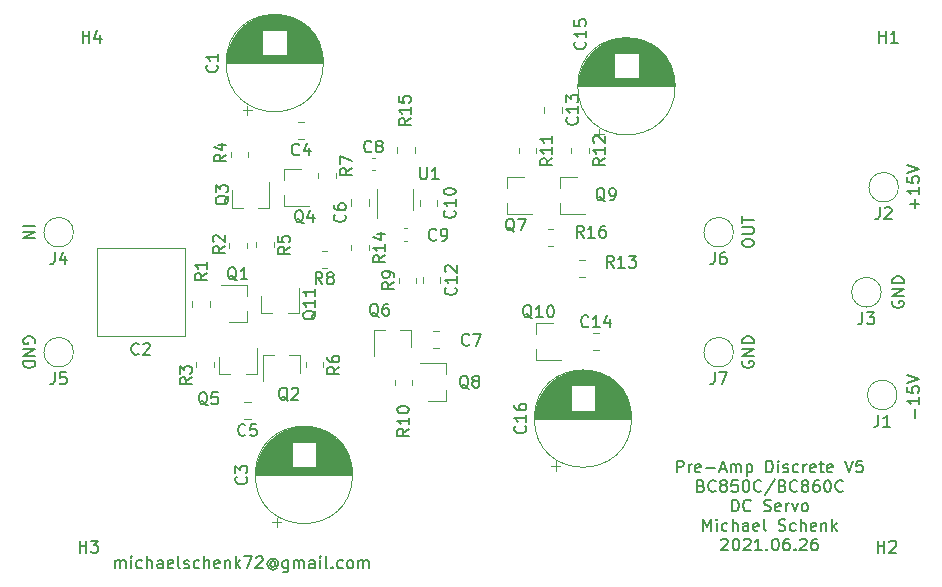
<source format=gbr>
G04 #@! TF.GenerationSoftware,KiCad,Pcbnew,(5.1.10-0-10_14)*
G04 #@! TF.CreationDate,2021-06-26T14:13:21+02:00*
G04 #@! TF.ProjectId,pre-amp-discret,7072652d-616d-4702-9d64-697363726574,rev?*
G04 #@! TF.SameCoordinates,Original*
G04 #@! TF.FileFunction,Legend,Top*
G04 #@! TF.FilePolarity,Positive*
%FSLAX46Y46*%
G04 Gerber Fmt 4.6, Leading zero omitted, Abs format (unit mm)*
G04 Created by KiCad (PCBNEW (5.1.10-0-10_14)) date 2021-06-26 14:13:21*
%MOMM*%
%LPD*%
G01*
G04 APERTURE LIST*
%ADD10C,0.150000*%
%ADD11C,0.120000*%
G04 APERTURE END LIST*
D10*
X196985000Y-122681904D02*
X196937380Y-122777142D01*
X196937380Y-122920000D01*
X196985000Y-123062857D01*
X197080238Y-123158095D01*
X197175476Y-123205714D01*
X197365952Y-123253333D01*
X197508809Y-123253333D01*
X197699285Y-123205714D01*
X197794523Y-123158095D01*
X197889761Y-123062857D01*
X197937380Y-122920000D01*
X197937380Y-122824761D01*
X197889761Y-122681904D01*
X197842142Y-122634285D01*
X197508809Y-122634285D01*
X197508809Y-122824761D01*
X197937380Y-122205714D02*
X196937380Y-122205714D01*
X197937380Y-121634285D01*
X196937380Y-121634285D01*
X197937380Y-121158095D02*
X196937380Y-121158095D01*
X196937380Y-120920000D01*
X196985000Y-120777142D01*
X197080238Y-120681904D01*
X197175476Y-120634285D01*
X197365952Y-120586666D01*
X197508809Y-120586666D01*
X197699285Y-120634285D01*
X197794523Y-120681904D01*
X197889761Y-120777142D01*
X197937380Y-120920000D01*
X197937380Y-121158095D01*
X131170114Y-145283180D02*
X131170114Y-144616514D01*
X131170114Y-144711752D02*
X131217733Y-144664133D01*
X131312971Y-144616514D01*
X131455828Y-144616514D01*
X131551066Y-144664133D01*
X131598685Y-144759371D01*
X131598685Y-145283180D01*
X131598685Y-144759371D02*
X131646304Y-144664133D01*
X131741542Y-144616514D01*
X131884400Y-144616514D01*
X131979638Y-144664133D01*
X132027257Y-144759371D01*
X132027257Y-145283180D01*
X132503447Y-145283180D02*
X132503447Y-144616514D01*
X132503447Y-144283180D02*
X132455828Y-144330800D01*
X132503447Y-144378419D01*
X132551066Y-144330800D01*
X132503447Y-144283180D01*
X132503447Y-144378419D01*
X133408209Y-145235561D02*
X133312971Y-145283180D01*
X133122495Y-145283180D01*
X133027257Y-145235561D01*
X132979638Y-145187942D01*
X132932019Y-145092704D01*
X132932019Y-144806990D01*
X132979638Y-144711752D01*
X133027257Y-144664133D01*
X133122495Y-144616514D01*
X133312971Y-144616514D01*
X133408209Y-144664133D01*
X133836780Y-145283180D02*
X133836780Y-144283180D01*
X134265352Y-145283180D02*
X134265352Y-144759371D01*
X134217733Y-144664133D01*
X134122495Y-144616514D01*
X133979638Y-144616514D01*
X133884400Y-144664133D01*
X133836780Y-144711752D01*
X135170114Y-145283180D02*
X135170114Y-144759371D01*
X135122495Y-144664133D01*
X135027257Y-144616514D01*
X134836780Y-144616514D01*
X134741542Y-144664133D01*
X135170114Y-145235561D02*
X135074876Y-145283180D01*
X134836780Y-145283180D01*
X134741542Y-145235561D01*
X134693923Y-145140323D01*
X134693923Y-145045085D01*
X134741542Y-144949847D01*
X134836780Y-144902228D01*
X135074876Y-144902228D01*
X135170114Y-144854609D01*
X136027257Y-145235561D02*
X135932019Y-145283180D01*
X135741542Y-145283180D01*
X135646304Y-145235561D01*
X135598685Y-145140323D01*
X135598685Y-144759371D01*
X135646304Y-144664133D01*
X135741542Y-144616514D01*
X135932019Y-144616514D01*
X136027257Y-144664133D01*
X136074876Y-144759371D01*
X136074876Y-144854609D01*
X135598685Y-144949847D01*
X136646304Y-145283180D02*
X136551066Y-145235561D01*
X136503447Y-145140323D01*
X136503447Y-144283180D01*
X136979638Y-145235561D02*
X137074876Y-145283180D01*
X137265352Y-145283180D01*
X137360590Y-145235561D01*
X137408209Y-145140323D01*
X137408209Y-145092704D01*
X137360590Y-144997466D01*
X137265352Y-144949847D01*
X137122495Y-144949847D01*
X137027257Y-144902228D01*
X136979638Y-144806990D01*
X136979638Y-144759371D01*
X137027257Y-144664133D01*
X137122495Y-144616514D01*
X137265352Y-144616514D01*
X137360590Y-144664133D01*
X138265352Y-145235561D02*
X138170114Y-145283180D01*
X137979638Y-145283180D01*
X137884400Y-145235561D01*
X137836780Y-145187942D01*
X137789161Y-145092704D01*
X137789161Y-144806990D01*
X137836780Y-144711752D01*
X137884400Y-144664133D01*
X137979638Y-144616514D01*
X138170114Y-144616514D01*
X138265352Y-144664133D01*
X138693923Y-145283180D02*
X138693923Y-144283180D01*
X139122495Y-145283180D02*
X139122495Y-144759371D01*
X139074876Y-144664133D01*
X138979638Y-144616514D01*
X138836780Y-144616514D01*
X138741542Y-144664133D01*
X138693923Y-144711752D01*
X139979638Y-145235561D02*
X139884400Y-145283180D01*
X139693923Y-145283180D01*
X139598685Y-145235561D01*
X139551066Y-145140323D01*
X139551066Y-144759371D01*
X139598685Y-144664133D01*
X139693923Y-144616514D01*
X139884400Y-144616514D01*
X139979638Y-144664133D01*
X140027257Y-144759371D01*
X140027257Y-144854609D01*
X139551066Y-144949847D01*
X140455828Y-144616514D02*
X140455828Y-145283180D01*
X140455828Y-144711752D02*
X140503447Y-144664133D01*
X140598685Y-144616514D01*
X140741542Y-144616514D01*
X140836780Y-144664133D01*
X140884400Y-144759371D01*
X140884400Y-145283180D01*
X141360590Y-145283180D02*
X141360590Y-144283180D01*
X141455828Y-144902228D02*
X141741542Y-145283180D01*
X141741542Y-144616514D02*
X141360590Y-144997466D01*
X142074876Y-144283180D02*
X142741542Y-144283180D01*
X142312971Y-145283180D01*
X143074876Y-144378419D02*
X143122495Y-144330800D01*
X143217733Y-144283180D01*
X143455828Y-144283180D01*
X143551066Y-144330800D01*
X143598685Y-144378419D01*
X143646304Y-144473657D01*
X143646304Y-144568895D01*
X143598685Y-144711752D01*
X143027257Y-145283180D01*
X143646304Y-145283180D01*
X144693923Y-144806990D02*
X144646304Y-144759371D01*
X144551066Y-144711752D01*
X144455828Y-144711752D01*
X144360590Y-144759371D01*
X144312971Y-144806990D01*
X144265352Y-144902228D01*
X144265352Y-144997466D01*
X144312971Y-145092704D01*
X144360590Y-145140323D01*
X144455828Y-145187942D01*
X144551066Y-145187942D01*
X144646304Y-145140323D01*
X144693923Y-145092704D01*
X144693923Y-144711752D02*
X144693923Y-145092704D01*
X144741542Y-145140323D01*
X144789161Y-145140323D01*
X144884400Y-145092704D01*
X144932019Y-144997466D01*
X144932019Y-144759371D01*
X144836780Y-144616514D01*
X144693923Y-144521276D01*
X144503447Y-144473657D01*
X144312971Y-144521276D01*
X144170114Y-144616514D01*
X144074876Y-144759371D01*
X144027257Y-144949847D01*
X144074876Y-145140323D01*
X144170114Y-145283180D01*
X144312971Y-145378419D01*
X144503447Y-145426038D01*
X144693923Y-145378419D01*
X144836780Y-145283180D01*
X145789161Y-144616514D02*
X145789161Y-145426038D01*
X145741542Y-145521276D01*
X145693923Y-145568895D01*
X145598685Y-145616514D01*
X145455828Y-145616514D01*
X145360590Y-145568895D01*
X145789161Y-145235561D02*
X145693923Y-145283180D01*
X145503447Y-145283180D01*
X145408209Y-145235561D01*
X145360590Y-145187942D01*
X145312971Y-145092704D01*
X145312971Y-144806990D01*
X145360590Y-144711752D01*
X145408209Y-144664133D01*
X145503447Y-144616514D01*
X145693923Y-144616514D01*
X145789161Y-144664133D01*
X146265352Y-145283180D02*
X146265352Y-144616514D01*
X146265352Y-144711752D02*
X146312971Y-144664133D01*
X146408209Y-144616514D01*
X146551066Y-144616514D01*
X146646304Y-144664133D01*
X146693923Y-144759371D01*
X146693923Y-145283180D01*
X146693923Y-144759371D02*
X146741542Y-144664133D01*
X146836780Y-144616514D01*
X146979638Y-144616514D01*
X147074876Y-144664133D01*
X147122495Y-144759371D01*
X147122495Y-145283180D01*
X148027257Y-145283180D02*
X148027257Y-144759371D01*
X147979638Y-144664133D01*
X147884400Y-144616514D01*
X147693923Y-144616514D01*
X147598685Y-144664133D01*
X148027257Y-145235561D02*
X147932019Y-145283180D01*
X147693923Y-145283180D01*
X147598685Y-145235561D01*
X147551066Y-145140323D01*
X147551066Y-145045085D01*
X147598685Y-144949847D01*
X147693923Y-144902228D01*
X147932019Y-144902228D01*
X148027257Y-144854609D01*
X148503447Y-145283180D02*
X148503447Y-144616514D01*
X148503447Y-144283180D02*
X148455828Y-144330800D01*
X148503447Y-144378419D01*
X148551066Y-144330800D01*
X148503447Y-144283180D01*
X148503447Y-144378419D01*
X149122495Y-145283180D02*
X149027257Y-145235561D01*
X148979638Y-145140323D01*
X148979638Y-144283180D01*
X149503447Y-145187942D02*
X149551066Y-145235561D01*
X149503447Y-145283180D01*
X149455828Y-145235561D01*
X149503447Y-145187942D01*
X149503447Y-145283180D01*
X150408209Y-145235561D02*
X150312971Y-145283180D01*
X150122495Y-145283180D01*
X150027257Y-145235561D01*
X149979638Y-145187942D01*
X149932019Y-145092704D01*
X149932019Y-144806990D01*
X149979638Y-144711752D01*
X150027257Y-144664133D01*
X150122495Y-144616514D01*
X150312971Y-144616514D01*
X150408209Y-144664133D01*
X150979638Y-145283180D02*
X150884400Y-145235561D01*
X150836780Y-145187942D01*
X150789161Y-145092704D01*
X150789161Y-144806990D01*
X150836780Y-144711752D01*
X150884400Y-144664133D01*
X150979638Y-144616514D01*
X151122495Y-144616514D01*
X151217733Y-144664133D01*
X151265352Y-144711752D01*
X151312971Y-144806990D01*
X151312971Y-145092704D01*
X151265352Y-145187942D01*
X151217733Y-145235561D01*
X151122495Y-145283180D01*
X150979638Y-145283180D01*
X151741542Y-145283180D02*
X151741542Y-144616514D01*
X151741542Y-144711752D02*
X151789161Y-144664133D01*
X151884400Y-144616514D01*
X152027257Y-144616514D01*
X152122495Y-144664133D01*
X152170114Y-144759371D01*
X152170114Y-145283180D01*
X152170114Y-144759371D02*
X152217733Y-144664133D01*
X152312971Y-144616514D01*
X152455828Y-144616514D01*
X152551066Y-144664133D01*
X152598685Y-144759371D01*
X152598685Y-145283180D01*
X178705857Y-137169880D02*
X178705857Y-136169880D01*
X179086809Y-136169880D01*
X179182047Y-136217500D01*
X179229666Y-136265119D01*
X179277285Y-136360357D01*
X179277285Y-136503214D01*
X179229666Y-136598452D01*
X179182047Y-136646071D01*
X179086809Y-136693690D01*
X178705857Y-136693690D01*
X179705857Y-137169880D02*
X179705857Y-136503214D01*
X179705857Y-136693690D02*
X179753476Y-136598452D01*
X179801095Y-136550833D01*
X179896333Y-136503214D01*
X179991571Y-136503214D01*
X180705857Y-137122261D02*
X180610619Y-137169880D01*
X180420142Y-137169880D01*
X180324904Y-137122261D01*
X180277285Y-137027023D01*
X180277285Y-136646071D01*
X180324904Y-136550833D01*
X180420142Y-136503214D01*
X180610619Y-136503214D01*
X180705857Y-136550833D01*
X180753476Y-136646071D01*
X180753476Y-136741309D01*
X180277285Y-136836547D01*
X181182047Y-136788928D02*
X181943952Y-136788928D01*
X182372523Y-136884166D02*
X182848714Y-136884166D01*
X182277285Y-137169880D02*
X182610619Y-136169880D01*
X182943952Y-137169880D01*
X183277285Y-137169880D02*
X183277285Y-136503214D01*
X183277285Y-136598452D02*
X183324904Y-136550833D01*
X183420142Y-136503214D01*
X183563000Y-136503214D01*
X183658238Y-136550833D01*
X183705857Y-136646071D01*
X183705857Y-137169880D01*
X183705857Y-136646071D02*
X183753476Y-136550833D01*
X183848714Y-136503214D01*
X183991571Y-136503214D01*
X184086809Y-136550833D01*
X184134428Y-136646071D01*
X184134428Y-137169880D01*
X184610619Y-136503214D02*
X184610619Y-137503214D01*
X184610619Y-136550833D02*
X184705857Y-136503214D01*
X184896333Y-136503214D01*
X184991571Y-136550833D01*
X185039190Y-136598452D01*
X185086809Y-136693690D01*
X185086809Y-136979404D01*
X185039190Y-137074642D01*
X184991571Y-137122261D01*
X184896333Y-137169880D01*
X184705857Y-137169880D01*
X184610619Y-137122261D01*
X186277285Y-137169880D02*
X186277285Y-136169880D01*
X186515380Y-136169880D01*
X186658238Y-136217500D01*
X186753476Y-136312738D01*
X186801095Y-136407976D01*
X186848714Y-136598452D01*
X186848714Y-136741309D01*
X186801095Y-136931785D01*
X186753476Y-137027023D01*
X186658238Y-137122261D01*
X186515380Y-137169880D01*
X186277285Y-137169880D01*
X187277285Y-137169880D02*
X187277285Y-136503214D01*
X187277285Y-136169880D02*
X187229666Y-136217500D01*
X187277285Y-136265119D01*
X187324904Y-136217500D01*
X187277285Y-136169880D01*
X187277285Y-136265119D01*
X187705857Y-137122261D02*
X187801095Y-137169880D01*
X187991571Y-137169880D01*
X188086809Y-137122261D01*
X188134428Y-137027023D01*
X188134428Y-136979404D01*
X188086809Y-136884166D01*
X187991571Y-136836547D01*
X187848714Y-136836547D01*
X187753476Y-136788928D01*
X187705857Y-136693690D01*
X187705857Y-136646071D01*
X187753476Y-136550833D01*
X187848714Y-136503214D01*
X187991571Y-136503214D01*
X188086809Y-136550833D01*
X188991571Y-137122261D02*
X188896333Y-137169880D01*
X188705857Y-137169880D01*
X188610619Y-137122261D01*
X188563000Y-137074642D01*
X188515380Y-136979404D01*
X188515380Y-136693690D01*
X188563000Y-136598452D01*
X188610619Y-136550833D01*
X188705857Y-136503214D01*
X188896333Y-136503214D01*
X188991571Y-136550833D01*
X189420142Y-137169880D02*
X189420142Y-136503214D01*
X189420142Y-136693690D02*
X189467761Y-136598452D01*
X189515380Y-136550833D01*
X189610619Y-136503214D01*
X189705857Y-136503214D01*
X190420142Y-137122261D02*
X190324904Y-137169880D01*
X190134428Y-137169880D01*
X190039190Y-137122261D01*
X189991571Y-137027023D01*
X189991571Y-136646071D01*
X190039190Y-136550833D01*
X190134428Y-136503214D01*
X190324904Y-136503214D01*
X190420142Y-136550833D01*
X190467761Y-136646071D01*
X190467761Y-136741309D01*
X189991571Y-136836547D01*
X190753476Y-136503214D02*
X191134428Y-136503214D01*
X190896333Y-136169880D02*
X190896333Y-137027023D01*
X190943952Y-137122261D01*
X191039190Y-137169880D01*
X191134428Y-137169880D01*
X191848714Y-137122261D02*
X191753476Y-137169880D01*
X191563000Y-137169880D01*
X191467761Y-137122261D01*
X191420142Y-137027023D01*
X191420142Y-136646071D01*
X191467761Y-136550833D01*
X191563000Y-136503214D01*
X191753476Y-136503214D01*
X191848714Y-136550833D01*
X191896333Y-136646071D01*
X191896333Y-136741309D01*
X191420142Y-136836547D01*
X192943952Y-136169880D02*
X193277285Y-137169880D01*
X193610619Y-136169880D01*
X194420142Y-136169880D02*
X193943952Y-136169880D01*
X193896333Y-136646071D01*
X193943952Y-136598452D01*
X194039190Y-136550833D01*
X194277285Y-136550833D01*
X194372523Y-136598452D01*
X194420142Y-136646071D01*
X194467761Y-136741309D01*
X194467761Y-136979404D01*
X194420142Y-137074642D01*
X194372523Y-137122261D01*
X194277285Y-137169880D01*
X194039190Y-137169880D01*
X193943952Y-137122261D01*
X193896333Y-137074642D01*
X180753476Y-138296071D02*
X180896333Y-138343690D01*
X180943952Y-138391309D01*
X180991571Y-138486547D01*
X180991571Y-138629404D01*
X180943952Y-138724642D01*
X180896333Y-138772261D01*
X180801095Y-138819880D01*
X180420142Y-138819880D01*
X180420142Y-137819880D01*
X180753476Y-137819880D01*
X180848714Y-137867500D01*
X180896333Y-137915119D01*
X180943952Y-138010357D01*
X180943952Y-138105595D01*
X180896333Y-138200833D01*
X180848714Y-138248452D01*
X180753476Y-138296071D01*
X180420142Y-138296071D01*
X181991571Y-138724642D02*
X181943952Y-138772261D01*
X181801095Y-138819880D01*
X181705857Y-138819880D01*
X181563000Y-138772261D01*
X181467761Y-138677023D01*
X181420142Y-138581785D01*
X181372523Y-138391309D01*
X181372523Y-138248452D01*
X181420142Y-138057976D01*
X181467761Y-137962738D01*
X181563000Y-137867500D01*
X181705857Y-137819880D01*
X181801095Y-137819880D01*
X181943952Y-137867500D01*
X181991571Y-137915119D01*
X182563000Y-138248452D02*
X182467761Y-138200833D01*
X182420142Y-138153214D01*
X182372523Y-138057976D01*
X182372523Y-138010357D01*
X182420142Y-137915119D01*
X182467761Y-137867500D01*
X182563000Y-137819880D01*
X182753476Y-137819880D01*
X182848714Y-137867500D01*
X182896333Y-137915119D01*
X182943952Y-138010357D01*
X182943952Y-138057976D01*
X182896333Y-138153214D01*
X182848714Y-138200833D01*
X182753476Y-138248452D01*
X182563000Y-138248452D01*
X182467761Y-138296071D01*
X182420142Y-138343690D01*
X182372523Y-138438928D01*
X182372523Y-138629404D01*
X182420142Y-138724642D01*
X182467761Y-138772261D01*
X182563000Y-138819880D01*
X182753476Y-138819880D01*
X182848714Y-138772261D01*
X182896333Y-138724642D01*
X182943952Y-138629404D01*
X182943952Y-138438928D01*
X182896333Y-138343690D01*
X182848714Y-138296071D01*
X182753476Y-138248452D01*
X183848714Y-137819880D02*
X183372523Y-137819880D01*
X183324904Y-138296071D01*
X183372523Y-138248452D01*
X183467761Y-138200833D01*
X183705857Y-138200833D01*
X183801095Y-138248452D01*
X183848714Y-138296071D01*
X183896333Y-138391309D01*
X183896333Y-138629404D01*
X183848714Y-138724642D01*
X183801095Y-138772261D01*
X183705857Y-138819880D01*
X183467761Y-138819880D01*
X183372523Y-138772261D01*
X183324904Y-138724642D01*
X184515380Y-137819880D02*
X184610619Y-137819880D01*
X184705857Y-137867500D01*
X184753476Y-137915119D01*
X184801095Y-138010357D01*
X184848714Y-138200833D01*
X184848714Y-138438928D01*
X184801095Y-138629404D01*
X184753476Y-138724642D01*
X184705857Y-138772261D01*
X184610619Y-138819880D01*
X184515380Y-138819880D01*
X184420142Y-138772261D01*
X184372523Y-138724642D01*
X184324904Y-138629404D01*
X184277285Y-138438928D01*
X184277285Y-138200833D01*
X184324904Y-138010357D01*
X184372523Y-137915119D01*
X184420142Y-137867500D01*
X184515380Y-137819880D01*
X185848714Y-138724642D02*
X185801095Y-138772261D01*
X185658238Y-138819880D01*
X185563000Y-138819880D01*
X185420142Y-138772261D01*
X185324904Y-138677023D01*
X185277285Y-138581785D01*
X185229666Y-138391309D01*
X185229666Y-138248452D01*
X185277285Y-138057976D01*
X185324904Y-137962738D01*
X185420142Y-137867500D01*
X185563000Y-137819880D01*
X185658238Y-137819880D01*
X185801095Y-137867500D01*
X185848714Y-137915119D01*
X186991571Y-137772261D02*
X186134428Y-139057976D01*
X187658238Y-138296071D02*
X187801095Y-138343690D01*
X187848714Y-138391309D01*
X187896333Y-138486547D01*
X187896333Y-138629404D01*
X187848714Y-138724642D01*
X187801095Y-138772261D01*
X187705857Y-138819880D01*
X187324904Y-138819880D01*
X187324904Y-137819880D01*
X187658238Y-137819880D01*
X187753476Y-137867500D01*
X187801095Y-137915119D01*
X187848714Y-138010357D01*
X187848714Y-138105595D01*
X187801095Y-138200833D01*
X187753476Y-138248452D01*
X187658238Y-138296071D01*
X187324904Y-138296071D01*
X188896333Y-138724642D02*
X188848714Y-138772261D01*
X188705857Y-138819880D01*
X188610619Y-138819880D01*
X188467761Y-138772261D01*
X188372523Y-138677023D01*
X188324904Y-138581785D01*
X188277285Y-138391309D01*
X188277285Y-138248452D01*
X188324904Y-138057976D01*
X188372523Y-137962738D01*
X188467761Y-137867500D01*
X188610619Y-137819880D01*
X188705857Y-137819880D01*
X188848714Y-137867500D01*
X188896333Y-137915119D01*
X189467761Y-138248452D02*
X189372523Y-138200833D01*
X189324904Y-138153214D01*
X189277285Y-138057976D01*
X189277285Y-138010357D01*
X189324904Y-137915119D01*
X189372523Y-137867500D01*
X189467761Y-137819880D01*
X189658238Y-137819880D01*
X189753476Y-137867500D01*
X189801095Y-137915119D01*
X189848714Y-138010357D01*
X189848714Y-138057976D01*
X189801095Y-138153214D01*
X189753476Y-138200833D01*
X189658238Y-138248452D01*
X189467761Y-138248452D01*
X189372523Y-138296071D01*
X189324904Y-138343690D01*
X189277285Y-138438928D01*
X189277285Y-138629404D01*
X189324904Y-138724642D01*
X189372523Y-138772261D01*
X189467761Y-138819880D01*
X189658238Y-138819880D01*
X189753476Y-138772261D01*
X189801095Y-138724642D01*
X189848714Y-138629404D01*
X189848714Y-138438928D01*
X189801095Y-138343690D01*
X189753476Y-138296071D01*
X189658238Y-138248452D01*
X190705857Y-137819880D02*
X190515380Y-137819880D01*
X190420142Y-137867500D01*
X190372523Y-137915119D01*
X190277285Y-138057976D01*
X190229666Y-138248452D01*
X190229666Y-138629404D01*
X190277285Y-138724642D01*
X190324904Y-138772261D01*
X190420142Y-138819880D01*
X190610619Y-138819880D01*
X190705857Y-138772261D01*
X190753476Y-138724642D01*
X190801095Y-138629404D01*
X190801095Y-138391309D01*
X190753476Y-138296071D01*
X190705857Y-138248452D01*
X190610619Y-138200833D01*
X190420142Y-138200833D01*
X190324904Y-138248452D01*
X190277285Y-138296071D01*
X190229666Y-138391309D01*
X191420142Y-137819880D02*
X191515380Y-137819880D01*
X191610619Y-137867500D01*
X191658238Y-137915119D01*
X191705857Y-138010357D01*
X191753476Y-138200833D01*
X191753476Y-138438928D01*
X191705857Y-138629404D01*
X191658238Y-138724642D01*
X191610619Y-138772261D01*
X191515380Y-138819880D01*
X191420142Y-138819880D01*
X191324904Y-138772261D01*
X191277285Y-138724642D01*
X191229666Y-138629404D01*
X191182047Y-138438928D01*
X191182047Y-138200833D01*
X191229666Y-138010357D01*
X191277285Y-137915119D01*
X191324904Y-137867500D01*
X191420142Y-137819880D01*
X192753476Y-138724642D02*
X192705857Y-138772261D01*
X192563000Y-138819880D01*
X192467761Y-138819880D01*
X192324904Y-138772261D01*
X192229666Y-138677023D01*
X192182047Y-138581785D01*
X192134428Y-138391309D01*
X192134428Y-138248452D01*
X192182047Y-138057976D01*
X192229666Y-137962738D01*
X192324904Y-137867500D01*
X192467761Y-137819880D01*
X192563000Y-137819880D01*
X192705857Y-137867500D01*
X192753476Y-137915119D01*
X183372523Y-140469880D02*
X183372523Y-139469880D01*
X183610619Y-139469880D01*
X183753476Y-139517500D01*
X183848714Y-139612738D01*
X183896333Y-139707976D01*
X183943952Y-139898452D01*
X183943952Y-140041309D01*
X183896333Y-140231785D01*
X183848714Y-140327023D01*
X183753476Y-140422261D01*
X183610619Y-140469880D01*
X183372523Y-140469880D01*
X184943952Y-140374642D02*
X184896333Y-140422261D01*
X184753476Y-140469880D01*
X184658238Y-140469880D01*
X184515380Y-140422261D01*
X184420142Y-140327023D01*
X184372523Y-140231785D01*
X184324904Y-140041309D01*
X184324904Y-139898452D01*
X184372523Y-139707976D01*
X184420142Y-139612738D01*
X184515380Y-139517500D01*
X184658238Y-139469880D01*
X184753476Y-139469880D01*
X184896333Y-139517500D01*
X184943952Y-139565119D01*
X186086809Y-140422261D02*
X186229666Y-140469880D01*
X186467761Y-140469880D01*
X186563000Y-140422261D01*
X186610619Y-140374642D01*
X186658238Y-140279404D01*
X186658238Y-140184166D01*
X186610619Y-140088928D01*
X186563000Y-140041309D01*
X186467761Y-139993690D01*
X186277285Y-139946071D01*
X186182047Y-139898452D01*
X186134428Y-139850833D01*
X186086809Y-139755595D01*
X186086809Y-139660357D01*
X186134428Y-139565119D01*
X186182047Y-139517500D01*
X186277285Y-139469880D01*
X186515380Y-139469880D01*
X186658238Y-139517500D01*
X187467761Y-140422261D02*
X187372523Y-140469880D01*
X187182047Y-140469880D01*
X187086809Y-140422261D01*
X187039190Y-140327023D01*
X187039190Y-139946071D01*
X187086809Y-139850833D01*
X187182047Y-139803214D01*
X187372523Y-139803214D01*
X187467761Y-139850833D01*
X187515380Y-139946071D01*
X187515380Y-140041309D01*
X187039190Y-140136547D01*
X187943952Y-140469880D02*
X187943952Y-139803214D01*
X187943952Y-139993690D02*
X187991571Y-139898452D01*
X188039190Y-139850833D01*
X188134428Y-139803214D01*
X188229666Y-139803214D01*
X188467761Y-139803214D02*
X188705857Y-140469880D01*
X188943952Y-139803214D01*
X189467761Y-140469880D02*
X189372523Y-140422261D01*
X189324904Y-140374642D01*
X189277285Y-140279404D01*
X189277285Y-139993690D01*
X189324904Y-139898452D01*
X189372523Y-139850833D01*
X189467761Y-139803214D01*
X189610619Y-139803214D01*
X189705857Y-139850833D01*
X189753476Y-139898452D01*
X189801095Y-139993690D01*
X189801095Y-140279404D01*
X189753476Y-140374642D01*
X189705857Y-140422261D01*
X189610619Y-140469880D01*
X189467761Y-140469880D01*
X180943952Y-142119880D02*
X180943952Y-141119880D01*
X181277285Y-141834166D01*
X181610619Y-141119880D01*
X181610619Y-142119880D01*
X182086809Y-142119880D02*
X182086809Y-141453214D01*
X182086809Y-141119880D02*
X182039190Y-141167500D01*
X182086809Y-141215119D01*
X182134428Y-141167500D01*
X182086809Y-141119880D01*
X182086809Y-141215119D01*
X182991571Y-142072261D02*
X182896333Y-142119880D01*
X182705857Y-142119880D01*
X182610619Y-142072261D01*
X182563000Y-142024642D01*
X182515380Y-141929404D01*
X182515380Y-141643690D01*
X182563000Y-141548452D01*
X182610619Y-141500833D01*
X182705857Y-141453214D01*
X182896333Y-141453214D01*
X182991571Y-141500833D01*
X183420142Y-142119880D02*
X183420142Y-141119880D01*
X183848714Y-142119880D02*
X183848714Y-141596071D01*
X183801095Y-141500833D01*
X183705857Y-141453214D01*
X183563000Y-141453214D01*
X183467761Y-141500833D01*
X183420142Y-141548452D01*
X184753476Y-142119880D02*
X184753476Y-141596071D01*
X184705857Y-141500833D01*
X184610619Y-141453214D01*
X184420142Y-141453214D01*
X184324904Y-141500833D01*
X184753476Y-142072261D02*
X184658238Y-142119880D01*
X184420142Y-142119880D01*
X184324904Y-142072261D01*
X184277285Y-141977023D01*
X184277285Y-141881785D01*
X184324904Y-141786547D01*
X184420142Y-141738928D01*
X184658238Y-141738928D01*
X184753476Y-141691309D01*
X185610619Y-142072261D02*
X185515380Y-142119880D01*
X185324904Y-142119880D01*
X185229666Y-142072261D01*
X185182047Y-141977023D01*
X185182047Y-141596071D01*
X185229666Y-141500833D01*
X185324904Y-141453214D01*
X185515380Y-141453214D01*
X185610619Y-141500833D01*
X185658238Y-141596071D01*
X185658238Y-141691309D01*
X185182047Y-141786547D01*
X186229666Y-142119880D02*
X186134428Y-142072261D01*
X186086809Y-141977023D01*
X186086809Y-141119880D01*
X187324904Y-142072261D02*
X187467761Y-142119880D01*
X187705857Y-142119880D01*
X187801095Y-142072261D01*
X187848714Y-142024642D01*
X187896333Y-141929404D01*
X187896333Y-141834166D01*
X187848714Y-141738928D01*
X187801095Y-141691309D01*
X187705857Y-141643690D01*
X187515380Y-141596071D01*
X187420142Y-141548452D01*
X187372523Y-141500833D01*
X187324904Y-141405595D01*
X187324904Y-141310357D01*
X187372523Y-141215119D01*
X187420142Y-141167500D01*
X187515380Y-141119880D01*
X187753476Y-141119880D01*
X187896333Y-141167500D01*
X188753476Y-142072261D02*
X188658238Y-142119880D01*
X188467761Y-142119880D01*
X188372523Y-142072261D01*
X188324904Y-142024642D01*
X188277285Y-141929404D01*
X188277285Y-141643690D01*
X188324904Y-141548452D01*
X188372523Y-141500833D01*
X188467761Y-141453214D01*
X188658238Y-141453214D01*
X188753476Y-141500833D01*
X189182047Y-142119880D02*
X189182047Y-141119880D01*
X189610619Y-142119880D02*
X189610619Y-141596071D01*
X189563000Y-141500833D01*
X189467761Y-141453214D01*
X189324904Y-141453214D01*
X189229666Y-141500833D01*
X189182047Y-141548452D01*
X190467761Y-142072261D02*
X190372523Y-142119880D01*
X190182047Y-142119880D01*
X190086809Y-142072261D01*
X190039190Y-141977023D01*
X190039190Y-141596071D01*
X190086809Y-141500833D01*
X190182047Y-141453214D01*
X190372523Y-141453214D01*
X190467761Y-141500833D01*
X190515380Y-141596071D01*
X190515380Y-141691309D01*
X190039190Y-141786547D01*
X190943952Y-141453214D02*
X190943952Y-142119880D01*
X190943952Y-141548452D02*
X190991571Y-141500833D01*
X191086809Y-141453214D01*
X191229666Y-141453214D01*
X191324904Y-141500833D01*
X191372523Y-141596071D01*
X191372523Y-142119880D01*
X191848714Y-142119880D02*
X191848714Y-141119880D01*
X191943952Y-141738928D02*
X192229666Y-142119880D01*
X192229666Y-141453214D02*
X191848714Y-141834166D01*
X182467761Y-142865119D02*
X182515380Y-142817500D01*
X182610619Y-142769880D01*
X182848714Y-142769880D01*
X182943952Y-142817500D01*
X182991571Y-142865119D01*
X183039190Y-142960357D01*
X183039190Y-143055595D01*
X182991571Y-143198452D01*
X182420142Y-143769880D01*
X183039190Y-143769880D01*
X183658238Y-142769880D02*
X183753476Y-142769880D01*
X183848714Y-142817500D01*
X183896333Y-142865119D01*
X183943952Y-142960357D01*
X183991571Y-143150833D01*
X183991571Y-143388928D01*
X183943952Y-143579404D01*
X183896333Y-143674642D01*
X183848714Y-143722261D01*
X183753476Y-143769880D01*
X183658238Y-143769880D01*
X183563000Y-143722261D01*
X183515380Y-143674642D01*
X183467761Y-143579404D01*
X183420142Y-143388928D01*
X183420142Y-143150833D01*
X183467761Y-142960357D01*
X183515380Y-142865119D01*
X183563000Y-142817500D01*
X183658238Y-142769880D01*
X184372523Y-142865119D02*
X184420142Y-142817500D01*
X184515380Y-142769880D01*
X184753476Y-142769880D01*
X184848714Y-142817500D01*
X184896333Y-142865119D01*
X184943952Y-142960357D01*
X184943952Y-143055595D01*
X184896333Y-143198452D01*
X184324904Y-143769880D01*
X184943952Y-143769880D01*
X185896333Y-143769880D02*
X185324904Y-143769880D01*
X185610619Y-143769880D02*
X185610619Y-142769880D01*
X185515380Y-142912738D01*
X185420142Y-143007976D01*
X185324904Y-143055595D01*
X186324904Y-143674642D02*
X186372523Y-143722261D01*
X186324904Y-143769880D01*
X186277285Y-143722261D01*
X186324904Y-143674642D01*
X186324904Y-143769880D01*
X186991571Y-142769880D02*
X187086809Y-142769880D01*
X187182047Y-142817500D01*
X187229666Y-142865119D01*
X187277285Y-142960357D01*
X187324904Y-143150833D01*
X187324904Y-143388928D01*
X187277285Y-143579404D01*
X187229666Y-143674642D01*
X187182047Y-143722261D01*
X187086809Y-143769880D01*
X186991571Y-143769880D01*
X186896333Y-143722261D01*
X186848714Y-143674642D01*
X186801095Y-143579404D01*
X186753476Y-143388928D01*
X186753476Y-143150833D01*
X186801095Y-142960357D01*
X186848714Y-142865119D01*
X186896333Y-142817500D01*
X186991571Y-142769880D01*
X188182047Y-142769880D02*
X187991571Y-142769880D01*
X187896333Y-142817500D01*
X187848714Y-142865119D01*
X187753476Y-143007976D01*
X187705857Y-143198452D01*
X187705857Y-143579404D01*
X187753476Y-143674642D01*
X187801095Y-143722261D01*
X187896333Y-143769880D01*
X188086809Y-143769880D01*
X188182047Y-143722261D01*
X188229666Y-143674642D01*
X188277285Y-143579404D01*
X188277285Y-143341309D01*
X188229666Y-143246071D01*
X188182047Y-143198452D01*
X188086809Y-143150833D01*
X187896333Y-143150833D01*
X187801095Y-143198452D01*
X187753476Y-143246071D01*
X187705857Y-143341309D01*
X188705857Y-143674642D02*
X188753476Y-143722261D01*
X188705857Y-143769880D01*
X188658238Y-143722261D01*
X188705857Y-143674642D01*
X188705857Y-143769880D01*
X189134428Y-142865119D02*
X189182047Y-142817500D01*
X189277285Y-142769880D01*
X189515380Y-142769880D01*
X189610619Y-142817500D01*
X189658238Y-142865119D01*
X189705857Y-142960357D01*
X189705857Y-143055595D01*
X189658238Y-143198452D01*
X189086809Y-143769880D01*
X189705857Y-143769880D01*
X190563000Y-142769880D02*
X190372523Y-142769880D01*
X190277285Y-142817500D01*
X190229666Y-142865119D01*
X190134428Y-143007976D01*
X190086809Y-143198452D01*
X190086809Y-143579404D01*
X190134428Y-143674642D01*
X190182047Y-143722261D01*
X190277285Y-143769880D01*
X190467761Y-143769880D01*
X190563000Y-143722261D01*
X190610619Y-143674642D01*
X190658238Y-143579404D01*
X190658238Y-143341309D01*
X190610619Y-143246071D01*
X190563000Y-143198452D01*
X190467761Y-143150833D01*
X190277285Y-143150833D01*
X190182047Y-143198452D01*
X190134428Y-143246071D01*
X190086809Y-143341309D01*
X184285000Y-127761904D02*
X184237380Y-127857142D01*
X184237380Y-128000000D01*
X184285000Y-128142857D01*
X184380238Y-128238095D01*
X184475476Y-128285714D01*
X184665952Y-128333333D01*
X184808809Y-128333333D01*
X184999285Y-128285714D01*
X185094523Y-128238095D01*
X185189761Y-128142857D01*
X185237380Y-128000000D01*
X185237380Y-127904761D01*
X185189761Y-127761904D01*
X185142142Y-127714285D01*
X184808809Y-127714285D01*
X184808809Y-127904761D01*
X185237380Y-127285714D02*
X184237380Y-127285714D01*
X185237380Y-126714285D01*
X184237380Y-126714285D01*
X185237380Y-126238095D02*
X184237380Y-126238095D01*
X184237380Y-126000000D01*
X184285000Y-125857142D01*
X184380238Y-125761904D01*
X184475476Y-125714285D01*
X184665952Y-125666666D01*
X184808809Y-125666666D01*
X184999285Y-125714285D01*
X185094523Y-125761904D01*
X185189761Y-125857142D01*
X185237380Y-126000000D01*
X185237380Y-126238095D01*
X184237380Y-117840000D02*
X184237380Y-117649523D01*
X184285000Y-117554285D01*
X184380238Y-117459047D01*
X184570714Y-117411428D01*
X184904047Y-117411428D01*
X185094523Y-117459047D01*
X185189761Y-117554285D01*
X185237380Y-117649523D01*
X185237380Y-117840000D01*
X185189761Y-117935238D01*
X185094523Y-118030476D01*
X184904047Y-118078095D01*
X184570714Y-118078095D01*
X184380238Y-118030476D01*
X184285000Y-117935238D01*
X184237380Y-117840000D01*
X184237380Y-116982857D02*
X185046904Y-116982857D01*
X185142142Y-116935238D01*
X185189761Y-116887619D01*
X185237380Y-116792380D01*
X185237380Y-116601904D01*
X185189761Y-116506666D01*
X185142142Y-116459047D01*
X185046904Y-116411428D01*
X184237380Y-116411428D01*
X184237380Y-116078095D02*
X184237380Y-115506666D01*
X185237380Y-115792380D02*
X184237380Y-115792380D01*
X124325000Y-126238095D02*
X124372619Y-126142857D01*
X124372619Y-126000000D01*
X124325000Y-125857142D01*
X124229761Y-125761904D01*
X124134523Y-125714285D01*
X123944047Y-125666666D01*
X123801190Y-125666666D01*
X123610714Y-125714285D01*
X123515476Y-125761904D01*
X123420238Y-125857142D01*
X123372619Y-126000000D01*
X123372619Y-126095238D01*
X123420238Y-126238095D01*
X123467857Y-126285714D01*
X123801190Y-126285714D01*
X123801190Y-126095238D01*
X123372619Y-126714285D02*
X124372619Y-126714285D01*
X123372619Y-127285714D01*
X124372619Y-127285714D01*
X123372619Y-127761904D02*
X124372619Y-127761904D01*
X124372619Y-128000000D01*
X124325000Y-128142857D01*
X124229761Y-128238095D01*
X124134523Y-128285714D01*
X123944047Y-128333333D01*
X123801190Y-128333333D01*
X123610714Y-128285714D01*
X123515476Y-128238095D01*
X123420238Y-128142857D01*
X123372619Y-128000000D01*
X123372619Y-127761904D01*
X123372619Y-116316190D02*
X124372619Y-116316190D01*
X123372619Y-116792380D02*
X124372619Y-116792380D01*
X123372619Y-117363809D01*
X124372619Y-117363809D01*
X198826428Y-132571904D02*
X198826428Y-131810000D01*
X199207380Y-130810000D02*
X199207380Y-131381428D01*
X199207380Y-131095714D02*
X198207380Y-131095714D01*
X198350238Y-131190952D01*
X198445476Y-131286190D01*
X198493095Y-131381428D01*
X198207380Y-129905238D02*
X198207380Y-130381428D01*
X198683571Y-130429047D01*
X198635952Y-130381428D01*
X198588333Y-130286190D01*
X198588333Y-130048095D01*
X198635952Y-129952857D01*
X198683571Y-129905238D01*
X198778809Y-129857619D01*
X199016904Y-129857619D01*
X199112142Y-129905238D01*
X199159761Y-129952857D01*
X199207380Y-130048095D01*
X199207380Y-130286190D01*
X199159761Y-130381428D01*
X199112142Y-130429047D01*
X198207380Y-129571904D02*
X199207380Y-129238571D01*
X198207380Y-128905238D01*
X198826428Y-114791904D02*
X198826428Y-114030000D01*
X199207380Y-114410952D02*
X198445476Y-114410952D01*
X199207380Y-113030000D02*
X199207380Y-113601428D01*
X199207380Y-113315714D02*
X198207380Y-113315714D01*
X198350238Y-113410952D01*
X198445476Y-113506190D01*
X198493095Y-113601428D01*
X198207380Y-112125238D02*
X198207380Y-112601428D01*
X198683571Y-112649047D01*
X198635952Y-112601428D01*
X198588333Y-112506190D01*
X198588333Y-112268095D01*
X198635952Y-112172857D01*
X198683571Y-112125238D01*
X198778809Y-112077619D01*
X199016904Y-112077619D01*
X199112142Y-112125238D01*
X199159761Y-112172857D01*
X199207380Y-112268095D01*
X199207380Y-112506190D01*
X199159761Y-112601428D01*
X199112142Y-112649047D01*
X198207380Y-111791904D02*
X199207380Y-111458571D01*
X198207380Y-111125238D01*
D11*
X171591248Y-125376000D02*
X172113752Y-125376000D01*
X171591248Y-126846000D02*
X172113752Y-126846000D01*
X168946500Y-106206748D02*
X168946500Y-106729252D01*
X167476500Y-106206748D02*
X167476500Y-106729252D01*
X142606752Y-132688000D02*
X142084248Y-132688000D01*
X142606752Y-131218000D02*
X142084248Y-131218000D01*
X147158252Y-108939000D02*
X146635748Y-108939000D01*
X147158252Y-107469000D02*
X146635748Y-107469000D01*
X143515000Y-123680000D02*
X144445000Y-123680000D01*
X146675000Y-123680000D02*
X145745000Y-123680000D01*
X146675000Y-123680000D02*
X146675000Y-121520000D01*
X143515000Y-123680000D02*
X143515000Y-122220000D01*
X146802000Y-127272000D02*
X145872000Y-127272000D01*
X143642000Y-127272000D02*
X144572000Y-127272000D01*
X143642000Y-127272000D02*
X143642000Y-129432000D01*
X146802000Y-127272000D02*
X146802000Y-128732000D01*
X139964000Y-128823500D02*
X140894000Y-128823500D01*
X143124000Y-128823500D02*
X142194000Y-128823500D01*
X143124000Y-128823500D02*
X143124000Y-126663500D01*
X139964000Y-128823500D02*
X139964000Y-127363500D01*
X142285500Y-124450000D02*
X142285500Y-123520000D01*
X142285500Y-121290000D02*
X142285500Y-122220000D01*
X142285500Y-121290000D02*
X140125500Y-121290000D01*
X142285500Y-124450000D02*
X140825500Y-124450000D01*
X174871500Y-132616000D02*
G75*
G03*
X174871500Y-132616000I-4120000J0D01*
G01*
X166671500Y-132616000D02*
X174831500Y-132616000D01*
X166671500Y-132576000D02*
X174831500Y-132576000D01*
X166671500Y-132536000D02*
X174831500Y-132536000D01*
X166672500Y-132496000D02*
X174830500Y-132496000D01*
X166674500Y-132456000D02*
X174828500Y-132456000D01*
X166675500Y-132416000D02*
X174827500Y-132416000D01*
X166677500Y-132376000D02*
X174825500Y-132376000D01*
X166680500Y-132336000D02*
X174822500Y-132336000D01*
X166683500Y-132296000D02*
X174819500Y-132296000D01*
X166686500Y-132256000D02*
X174816500Y-132256000D01*
X166690500Y-132216000D02*
X174812500Y-132216000D01*
X166694500Y-132176000D02*
X174808500Y-132176000D01*
X166699500Y-132136000D02*
X174803500Y-132136000D01*
X166703500Y-132096000D02*
X174799500Y-132096000D01*
X166709500Y-132056000D02*
X174793500Y-132056000D01*
X166714500Y-132016000D02*
X174788500Y-132016000D01*
X166721500Y-131976000D02*
X174781500Y-131976000D01*
X166727500Y-131936000D02*
X174775500Y-131936000D01*
X166734500Y-131895000D02*
X169711500Y-131895000D01*
X171791500Y-131895000D02*
X174768500Y-131895000D01*
X166741500Y-131855000D02*
X169711500Y-131855000D01*
X171791500Y-131855000D02*
X174761500Y-131855000D01*
X166749500Y-131815000D02*
X169711500Y-131815000D01*
X171791500Y-131815000D02*
X174753500Y-131815000D01*
X166757500Y-131775000D02*
X169711500Y-131775000D01*
X171791500Y-131775000D02*
X174745500Y-131775000D01*
X166766500Y-131735000D02*
X169711500Y-131735000D01*
X171791500Y-131735000D02*
X174736500Y-131735000D01*
X166775500Y-131695000D02*
X169711500Y-131695000D01*
X171791500Y-131695000D02*
X174727500Y-131695000D01*
X166784500Y-131655000D02*
X169711500Y-131655000D01*
X171791500Y-131655000D02*
X174718500Y-131655000D01*
X166794500Y-131615000D02*
X169711500Y-131615000D01*
X171791500Y-131615000D02*
X174708500Y-131615000D01*
X166804500Y-131575000D02*
X169711500Y-131575000D01*
X171791500Y-131575000D02*
X174698500Y-131575000D01*
X166815500Y-131535000D02*
X169711500Y-131535000D01*
X171791500Y-131535000D02*
X174687500Y-131535000D01*
X166826500Y-131495000D02*
X169711500Y-131495000D01*
X171791500Y-131495000D02*
X174676500Y-131495000D01*
X166837500Y-131455000D02*
X169711500Y-131455000D01*
X171791500Y-131455000D02*
X174665500Y-131455000D01*
X166849500Y-131415000D02*
X169711500Y-131415000D01*
X171791500Y-131415000D02*
X174653500Y-131415000D01*
X166862500Y-131375000D02*
X169711500Y-131375000D01*
X171791500Y-131375000D02*
X174640500Y-131375000D01*
X166874500Y-131335000D02*
X169711500Y-131335000D01*
X171791500Y-131335000D02*
X174628500Y-131335000D01*
X166888500Y-131295000D02*
X169711500Y-131295000D01*
X171791500Y-131295000D02*
X174614500Y-131295000D01*
X166901500Y-131255000D02*
X169711500Y-131255000D01*
X171791500Y-131255000D02*
X174601500Y-131255000D01*
X166916500Y-131215000D02*
X169711500Y-131215000D01*
X171791500Y-131215000D02*
X174586500Y-131215000D01*
X166930500Y-131175000D02*
X169711500Y-131175000D01*
X171791500Y-131175000D02*
X174572500Y-131175000D01*
X166946500Y-131135000D02*
X169711500Y-131135000D01*
X171791500Y-131135000D02*
X174556500Y-131135000D01*
X166961500Y-131095000D02*
X169711500Y-131095000D01*
X171791500Y-131095000D02*
X174541500Y-131095000D01*
X166977500Y-131055000D02*
X169711500Y-131055000D01*
X171791500Y-131055000D02*
X174525500Y-131055000D01*
X166994500Y-131015000D02*
X169711500Y-131015000D01*
X171791500Y-131015000D02*
X174508500Y-131015000D01*
X167011500Y-130975000D02*
X169711500Y-130975000D01*
X171791500Y-130975000D02*
X174491500Y-130975000D01*
X167029500Y-130935000D02*
X169711500Y-130935000D01*
X171791500Y-130935000D02*
X174473500Y-130935000D01*
X167047500Y-130895000D02*
X169711500Y-130895000D01*
X171791500Y-130895000D02*
X174455500Y-130895000D01*
X167065500Y-130855000D02*
X169711500Y-130855000D01*
X171791500Y-130855000D02*
X174437500Y-130855000D01*
X167085500Y-130815000D02*
X169711500Y-130815000D01*
X171791500Y-130815000D02*
X174417500Y-130815000D01*
X167104500Y-130775000D02*
X169711500Y-130775000D01*
X171791500Y-130775000D02*
X174398500Y-130775000D01*
X167124500Y-130735000D02*
X169711500Y-130735000D01*
X171791500Y-130735000D02*
X174378500Y-130735000D01*
X167145500Y-130695000D02*
X169711500Y-130695000D01*
X171791500Y-130695000D02*
X174357500Y-130695000D01*
X167167500Y-130655000D02*
X169711500Y-130655000D01*
X171791500Y-130655000D02*
X174335500Y-130655000D01*
X167189500Y-130615000D02*
X169711500Y-130615000D01*
X171791500Y-130615000D02*
X174313500Y-130615000D01*
X167211500Y-130575000D02*
X169711500Y-130575000D01*
X171791500Y-130575000D02*
X174291500Y-130575000D01*
X167234500Y-130535000D02*
X169711500Y-130535000D01*
X171791500Y-130535000D02*
X174268500Y-130535000D01*
X167258500Y-130495000D02*
X169711500Y-130495000D01*
X171791500Y-130495000D02*
X174244500Y-130495000D01*
X167282500Y-130455000D02*
X169711500Y-130455000D01*
X171791500Y-130455000D02*
X174220500Y-130455000D01*
X167307500Y-130415000D02*
X169711500Y-130415000D01*
X171791500Y-130415000D02*
X174195500Y-130415000D01*
X167333500Y-130375000D02*
X169711500Y-130375000D01*
X171791500Y-130375000D02*
X174169500Y-130375000D01*
X167359500Y-130335000D02*
X169711500Y-130335000D01*
X171791500Y-130335000D02*
X174143500Y-130335000D01*
X167386500Y-130295000D02*
X169711500Y-130295000D01*
X171791500Y-130295000D02*
X174116500Y-130295000D01*
X167413500Y-130255000D02*
X169711500Y-130255000D01*
X171791500Y-130255000D02*
X174089500Y-130255000D01*
X167442500Y-130215000D02*
X169711500Y-130215000D01*
X171791500Y-130215000D02*
X174060500Y-130215000D01*
X167471500Y-130175000D02*
X169711500Y-130175000D01*
X171791500Y-130175000D02*
X174031500Y-130175000D01*
X167501500Y-130135000D02*
X169711500Y-130135000D01*
X171791500Y-130135000D02*
X174001500Y-130135000D01*
X167531500Y-130095000D02*
X169711500Y-130095000D01*
X171791500Y-130095000D02*
X173971500Y-130095000D01*
X167562500Y-130055000D02*
X169711500Y-130055000D01*
X171791500Y-130055000D02*
X173940500Y-130055000D01*
X167595500Y-130015000D02*
X169711500Y-130015000D01*
X171791500Y-130015000D02*
X173907500Y-130015000D01*
X167627500Y-129975000D02*
X169711500Y-129975000D01*
X171791500Y-129975000D02*
X173875500Y-129975000D01*
X167661500Y-129935000D02*
X169711500Y-129935000D01*
X171791500Y-129935000D02*
X173841500Y-129935000D01*
X167696500Y-129895000D02*
X169711500Y-129895000D01*
X171791500Y-129895000D02*
X173806500Y-129895000D01*
X167732500Y-129855000D02*
X169711500Y-129855000D01*
X171791500Y-129855000D02*
X173770500Y-129855000D01*
X167768500Y-129815000D02*
X173734500Y-129815000D01*
X167806500Y-129775000D02*
X173696500Y-129775000D01*
X167844500Y-129735000D02*
X173658500Y-129735000D01*
X167884500Y-129695000D02*
X173618500Y-129695000D01*
X167925500Y-129655000D02*
X173577500Y-129655000D01*
X167967500Y-129615000D02*
X173535500Y-129615000D01*
X168010500Y-129575000D02*
X173492500Y-129575000D01*
X168054500Y-129535000D02*
X173448500Y-129535000D01*
X168100500Y-129495000D02*
X173402500Y-129495000D01*
X168147500Y-129455000D02*
X173355500Y-129455000D01*
X168195500Y-129415000D02*
X173307500Y-129415000D01*
X168246500Y-129375000D02*
X173256500Y-129375000D01*
X168297500Y-129335000D02*
X173205500Y-129335000D01*
X168351500Y-129295000D02*
X173151500Y-129295000D01*
X168406500Y-129255000D02*
X173096500Y-129255000D01*
X168464500Y-129215000D02*
X173038500Y-129215000D01*
X168523500Y-129175000D02*
X172979500Y-129175000D01*
X168585500Y-129135000D02*
X172917500Y-129135000D01*
X168649500Y-129095000D02*
X172853500Y-129095000D01*
X168717500Y-129055000D02*
X172785500Y-129055000D01*
X168787500Y-129015000D02*
X172715500Y-129015000D01*
X168861500Y-128975000D02*
X172641500Y-128975000D01*
X168938500Y-128935000D02*
X172564500Y-128935000D01*
X169020500Y-128895000D02*
X172482500Y-128895000D01*
X169106500Y-128855000D02*
X172396500Y-128855000D01*
X169199500Y-128815000D02*
X172303500Y-128815000D01*
X169298500Y-128775000D02*
X172204500Y-128775000D01*
X169405500Y-128735000D02*
X172097500Y-128735000D01*
X169522500Y-128695000D02*
X171980500Y-128695000D01*
X169653500Y-128655000D02*
X171849500Y-128655000D01*
X169803500Y-128615000D02*
X171699500Y-128615000D01*
X169983500Y-128575000D02*
X171519500Y-128575000D01*
X170218500Y-128535000D02*
X171284500Y-128535000D01*
X168436500Y-137025698D02*
X168436500Y-136225698D01*
X168036500Y-136625698D02*
X168836500Y-136625698D01*
X156373000Y-114949500D02*
X156373000Y-113189500D01*
X153303000Y-113189500D02*
X153303000Y-115619500D01*
X168248064Y-118019500D02*
X167793936Y-118019500D01*
X168248064Y-116549500D02*
X167793936Y-116549500D01*
X155030500Y-110098064D02*
X155030500Y-109643936D01*
X156500500Y-110098064D02*
X156500500Y-109643936D01*
X152627000Y-117930436D02*
X152627000Y-118384564D01*
X151157000Y-117930436D02*
X151157000Y-118384564D01*
X148363000Y-112257064D02*
X148363000Y-111802936D01*
X149833000Y-112257064D02*
X149833000Y-111802936D01*
X142403500Y-110024936D02*
X142403500Y-110479064D01*
X140933500Y-110024936D02*
X140933500Y-110479064D01*
X145401000Y-111450000D02*
X145401000Y-112380000D01*
X145401000Y-114610000D02*
X145401000Y-113680000D01*
X145401000Y-114610000D02*
X147561000Y-114610000D01*
X145401000Y-111450000D02*
X146861000Y-111450000D01*
X141041000Y-114758500D02*
X141971000Y-114758500D01*
X144201000Y-114758500D02*
X143271000Y-114758500D01*
X144201000Y-114758500D02*
X144201000Y-112598500D01*
X141041000Y-114758500D02*
X141041000Y-113298500D01*
X196005500Y-121920000D02*
G75*
G03*
X196005500Y-121920000I-1251000J0D01*
G01*
X197466000Y-113030000D02*
G75*
G03*
X197466000Y-113030000I-1251000J0D01*
G01*
X197339000Y-130619500D02*
G75*
G03*
X197339000Y-130619500I-1251000J0D01*
G01*
X178554500Y-104485500D02*
G75*
G03*
X178554500Y-104485500I-4120000J0D01*
G01*
X170354500Y-104485500D02*
X178514500Y-104485500D01*
X170354500Y-104445500D02*
X178514500Y-104445500D01*
X170354500Y-104405500D02*
X178514500Y-104405500D01*
X170355500Y-104365500D02*
X178513500Y-104365500D01*
X170357500Y-104325500D02*
X178511500Y-104325500D01*
X170358500Y-104285500D02*
X178510500Y-104285500D01*
X170360500Y-104245500D02*
X178508500Y-104245500D01*
X170363500Y-104205500D02*
X178505500Y-104205500D01*
X170366500Y-104165500D02*
X178502500Y-104165500D01*
X170369500Y-104125500D02*
X178499500Y-104125500D01*
X170373500Y-104085500D02*
X178495500Y-104085500D01*
X170377500Y-104045500D02*
X178491500Y-104045500D01*
X170382500Y-104005500D02*
X178486500Y-104005500D01*
X170386500Y-103965500D02*
X178482500Y-103965500D01*
X170392500Y-103925500D02*
X178476500Y-103925500D01*
X170397500Y-103885500D02*
X178471500Y-103885500D01*
X170404500Y-103845500D02*
X178464500Y-103845500D01*
X170410500Y-103805500D02*
X178458500Y-103805500D01*
X170417500Y-103764500D02*
X173394500Y-103764500D01*
X175474500Y-103764500D02*
X178451500Y-103764500D01*
X170424500Y-103724500D02*
X173394500Y-103724500D01*
X175474500Y-103724500D02*
X178444500Y-103724500D01*
X170432500Y-103684500D02*
X173394500Y-103684500D01*
X175474500Y-103684500D02*
X178436500Y-103684500D01*
X170440500Y-103644500D02*
X173394500Y-103644500D01*
X175474500Y-103644500D02*
X178428500Y-103644500D01*
X170449500Y-103604500D02*
X173394500Y-103604500D01*
X175474500Y-103604500D02*
X178419500Y-103604500D01*
X170458500Y-103564500D02*
X173394500Y-103564500D01*
X175474500Y-103564500D02*
X178410500Y-103564500D01*
X170467500Y-103524500D02*
X173394500Y-103524500D01*
X175474500Y-103524500D02*
X178401500Y-103524500D01*
X170477500Y-103484500D02*
X173394500Y-103484500D01*
X175474500Y-103484500D02*
X178391500Y-103484500D01*
X170487500Y-103444500D02*
X173394500Y-103444500D01*
X175474500Y-103444500D02*
X178381500Y-103444500D01*
X170498500Y-103404500D02*
X173394500Y-103404500D01*
X175474500Y-103404500D02*
X178370500Y-103404500D01*
X170509500Y-103364500D02*
X173394500Y-103364500D01*
X175474500Y-103364500D02*
X178359500Y-103364500D01*
X170520500Y-103324500D02*
X173394500Y-103324500D01*
X175474500Y-103324500D02*
X178348500Y-103324500D01*
X170532500Y-103284500D02*
X173394500Y-103284500D01*
X175474500Y-103284500D02*
X178336500Y-103284500D01*
X170545500Y-103244500D02*
X173394500Y-103244500D01*
X175474500Y-103244500D02*
X178323500Y-103244500D01*
X170557500Y-103204500D02*
X173394500Y-103204500D01*
X175474500Y-103204500D02*
X178311500Y-103204500D01*
X170571500Y-103164500D02*
X173394500Y-103164500D01*
X175474500Y-103164500D02*
X178297500Y-103164500D01*
X170584500Y-103124500D02*
X173394500Y-103124500D01*
X175474500Y-103124500D02*
X178284500Y-103124500D01*
X170599500Y-103084500D02*
X173394500Y-103084500D01*
X175474500Y-103084500D02*
X178269500Y-103084500D01*
X170613500Y-103044500D02*
X173394500Y-103044500D01*
X175474500Y-103044500D02*
X178255500Y-103044500D01*
X170629500Y-103004500D02*
X173394500Y-103004500D01*
X175474500Y-103004500D02*
X178239500Y-103004500D01*
X170644500Y-102964500D02*
X173394500Y-102964500D01*
X175474500Y-102964500D02*
X178224500Y-102964500D01*
X170660500Y-102924500D02*
X173394500Y-102924500D01*
X175474500Y-102924500D02*
X178208500Y-102924500D01*
X170677500Y-102884500D02*
X173394500Y-102884500D01*
X175474500Y-102884500D02*
X178191500Y-102884500D01*
X170694500Y-102844500D02*
X173394500Y-102844500D01*
X175474500Y-102844500D02*
X178174500Y-102844500D01*
X170712500Y-102804500D02*
X173394500Y-102804500D01*
X175474500Y-102804500D02*
X178156500Y-102804500D01*
X170730500Y-102764500D02*
X173394500Y-102764500D01*
X175474500Y-102764500D02*
X178138500Y-102764500D01*
X170748500Y-102724500D02*
X173394500Y-102724500D01*
X175474500Y-102724500D02*
X178120500Y-102724500D01*
X170768500Y-102684500D02*
X173394500Y-102684500D01*
X175474500Y-102684500D02*
X178100500Y-102684500D01*
X170787500Y-102644500D02*
X173394500Y-102644500D01*
X175474500Y-102644500D02*
X178081500Y-102644500D01*
X170807500Y-102604500D02*
X173394500Y-102604500D01*
X175474500Y-102604500D02*
X178061500Y-102604500D01*
X170828500Y-102564500D02*
X173394500Y-102564500D01*
X175474500Y-102564500D02*
X178040500Y-102564500D01*
X170850500Y-102524500D02*
X173394500Y-102524500D01*
X175474500Y-102524500D02*
X178018500Y-102524500D01*
X170872500Y-102484500D02*
X173394500Y-102484500D01*
X175474500Y-102484500D02*
X177996500Y-102484500D01*
X170894500Y-102444500D02*
X173394500Y-102444500D01*
X175474500Y-102444500D02*
X177974500Y-102444500D01*
X170917500Y-102404500D02*
X173394500Y-102404500D01*
X175474500Y-102404500D02*
X177951500Y-102404500D01*
X170941500Y-102364500D02*
X173394500Y-102364500D01*
X175474500Y-102364500D02*
X177927500Y-102364500D01*
X170965500Y-102324500D02*
X173394500Y-102324500D01*
X175474500Y-102324500D02*
X177903500Y-102324500D01*
X170990500Y-102284500D02*
X173394500Y-102284500D01*
X175474500Y-102284500D02*
X177878500Y-102284500D01*
X171016500Y-102244500D02*
X173394500Y-102244500D01*
X175474500Y-102244500D02*
X177852500Y-102244500D01*
X171042500Y-102204500D02*
X173394500Y-102204500D01*
X175474500Y-102204500D02*
X177826500Y-102204500D01*
X171069500Y-102164500D02*
X173394500Y-102164500D01*
X175474500Y-102164500D02*
X177799500Y-102164500D01*
X171096500Y-102124500D02*
X173394500Y-102124500D01*
X175474500Y-102124500D02*
X177772500Y-102124500D01*
X171125500Y-102084500D02*
X173394500Y-102084500D01*
X175474500Y-102084500D02*
X177743500Y-102084500D01*
X171154500Y-102044500D02*
X173394500Y-102044500D01*
X175474500Y-102044500D02*
X177714500Y-102044500D01*
X171184500Y-102004500D02*
X173394500Y-102004500D01*
X175474500Y-102004500D02*
X177684500Y-102004500D01*
X171214500Y-101964500D02*
X173394500Y-101964500D01*
X175474500Y-101964500D02*
X177654500Y-101964500D01*
X171245500Y-101924500D02*
X173394500Y-101924500D01*
X175474500Y-101924500D02*
X177623500Y-101924500D01*
X171278500Y-101884500D02*
X173394500Y-101884500D01*
X175474500Y-101884500D02*
X177590500Y-101884500D01*
X171310500Y-101844500D02*
X173394500Y-101844500D01*
X175474500Y-101844500D02*
X177558500Y-101844500D01*
X171344500Y-101804500D02*
X173394500Y-101804500D01*
X175474500Y-101804500D02*
X177524500Y-101804500D01*
X171379500Y-101764500D02*
X173394500Y-101764500D01*
X175474500Y-101764500D02*
X177489500Y-101764500D01*
X171415500Y-101724500D02*
X173394500Y-101724500D01*
X175474500Y-101724500D02*
X177453500Y-101724500D01*
X171451500Y-101684500D02*
X177417500Y-101684500D01*
X171489500Y-101644500D02*
X177379500Y-101644500D01*
X171527500Y-101604500D02*
X177341500Y-101604500D01*
X171567500Y-101564500D02*
X177301500Y-101564500D01*
X171608500Y-101524500D02*
X177260500Y-101524500D01*
X171650500Y-101484500D02*
X177218500Y-101484500D01*
X171693500Y-101444500D02*
X177175500Y-101444500D01*
X171737500Y-101404500D02*
X177131500Y-101404500D01*
X171783500Y-101364500D02*
X177085500Y-101364500D01*
X171830500Y-101324500D02*
X177038500Y-101324500D01*
X171878500Y-101284500D02*
X176990500Y-101284500D01*
X171929500Y-101244500D02*
X176939500Y-101244500D01*
X171980500Y-101204500D02*
X176888500Y-101204500D01*
X172034500Y-101164500D02*
X176834500Y-101164500D01*
X172089500Y-101124500D02*
X176779500Y-101124500D01*
X172147500Y-101084500D02*
X176721500Y-101084500D01*
X172206500Y-101044500D02*
X176662500Y-101044500D01*
X172268500Y-101004500D02*
X176600500Y-101004500D01*
X172332500Y-100964500D02*
X176536500Y-100964500D01*
X172400500Y-100924500D02*
X176468500Y-100924500D01*
X172470500Y-100884500D02*
X176398500Y-100884500D01*
X172544500Y-100844500D02*
X176324500Y-100844500D01*
X172621500Y-100804500D02*
X176247500Y-100804500D01*
X172703500Y-100764500D02*
X176165500Y-100764500D01*
X172789500Y-100724500D02*
X176079500Y-100724500D01*
X172882500Y-100684500D02*
X175986500Y-100684500D01*
X172981500Y-100644500D02*
X175887500Y-100644500D01*
X173088500Y-100604500D02*
X175780500Y-100604500D01*
X173205500Y-100564500D02*
X175663500Y-100564500D01*
X173336500Y-100524500D02*
X175532500Y-100524500D01*
X173486500Y-100484500D02*
X175382500Y-100484500D01*
X173666500Y-100444500D02*
X175202500Y-100444500D01*
X173901500Y-100404500D02*
X174967500Y-100404500D01*
X172119500Y-108895198D02*
X172119500Y-108095198D01*
X171719500Y-108495198D02*
X172519500Y-108495198D01*
X158405500Y-114102248D02*
X158405500Y-114624752D01*
X156935500Y-114102248D02*
X156935500Y-114624752D01*
X155874767Y-117540500D02*
X155582233Y-117540500D01*
X155874767Y-116520500D02*
X155582233Y-116520500D01*
X152851733Y-110551500D02*
X153144267Y-110551500D01*
X152851733Y-111571500D02*
X153144267Y-111571500D01*
X151157000Y-114582752D02*
X151157000Y-114060248D01*
X152627000Y-114582752D02*
X152627000Y-114060248D01*
X151249500Y-137386000D02*
G75*
G03*
X151249500Y-137386000I-4120000J0D01*
G01*
X143049500Y-137386000D02*
X151209500Y-137386000D01*
X143049500Y-137346000D02*
X151209500Y-137346000D01*
X143049500Y-137306000D02*
X151209500Y-137306000D01*
X143050500Y-137266000D02*
X151208500Y-137266000D01*
X143052500Y-137226000D02*
X151206500Y-137226000D01*
X143053500Y-137186000D02*
X151205500Y-137186000D01*
X143055500Y-137146000D02*
X151203500Y-137146000D01*
X143058500Y-137106000D02*
X151200500Y-137106000D01*
X143061500Y-137066000D02*
X151197500Y-137066000D01*
X143064500Y-137026000D02*
X151194500Y-137026000D01*
X143068500Y-136986000D02*
X151190500Y-136986000D01*
X143072500Y-136946000D02*
X151186500Y-136946000D01*
X143077500Y-136906000D02*
X151181500Y-136906000D01*
X143081500Y-136866000D02*
X151177500Y-136866000D01*
X143087500Y-136826000D02*
X151171500Y-136826000D01*
X143092500Y-136786000D02*
X151166500Y-136786000D01*
X143099500Y-136746000D02*
X151159500Y-136746000D01*
X143105500Y-136706000D02*
X151153500Y-136706000D01*
X143112500Y-136665000D02*
X146089500Y-136665000D01*
X148169500Y-136665000D02*
X151146500Y-136665000D01*
X143119500Y-136625000D02*
X146089500Y-136625000D01*
X148169500Y-136625000D02*
X151139500Y-136625000D01*
X143127500Y-136585000D02*
X146089500Y-136585000D01*
X148169500Y-136585000D02*
X151131500Y-136585000D01*
X143135500Y-136545000D02*
X146089500Y-136545000D01*
X148169500Y-136545000D02*
X151123500Y-136545000D01*
X143144500Y-136505000D02*
X146089500Y-136505000D01*
X148169500Y-136505000D02*
X151114500Y-136505000D01*
X143153500Y-136465000D02*
X146089500Y-136465000D01*
X148169500Y-136465000D02*
X151105500Y-136465000D01*
X143162500Y-136425000D02*
X146089500Y-136425000D01*
X148169500Y-136425000D02*
X151096500Y-136425000D01*
X143172500Y-136385000D02*
X146089500Y-136385000D01*
X148169500Y-136385000D02*
X151086500Y-136385000D01*
X143182500Y-136345000D02*
X146089500Y-136345000D01*
X148169500Y-136345000D02*
X151076500Y-136345000D01*
X143193500Y-136305000D02*
X146089500Y-136305000D01*
X148169500Y-136305000D02*
X151065500Y-136305000D01*
X143204500Y-136265000D02*
X146089500Y-136265000D01*
X148169500Y-136265000D02*
X151054500Y-136265000D01*
X143215500Y-136225000D02*
X146089500Y-136225000D01*
X148169500Y-136225000D02*
X151043500Y-136225000D01*
X143227500Y-136185000D02*
X146089500Y-136185000D01*
X148169500Y-136185000D02*
X151031500Y-136185000D01*
X143240500Y-136145000D02*
X146089500Y-136145000D01*
X148169500Y-136145000D02*
X151018500Y-136145000D01*
X143252500Y-136105000D02*
X146089500Y-136105000D01*
X148169500Y-136105000D02*
X151006500Y-136105000D01*
X143266500Y-136065000D02*
X146089500Y-136065000D01*
X148169500Y-136065000D02*
X150992500Y-136065000D01*
X143279500Y-136025000D02*
X146089500Y-136025000D01*
X148169500Y-136025000D02*
X150979500Y-136025000D01*
X143294500Y-135985000D02*
X146089500Y-135985000D01*
X148169500Y-135985000D02*
X150964500Y-135985000D01*
X143308500Y-135945000D02*
X146089500Y-135945000D01*
X148169500Y-135945000D02*
X150950500Y-135945000D01*
X143324500Y-135905000D02*
X146089500Y-135905000D01*
X148169500Y-135905000D02*
X150934500Y-135905000D01*
X143339500Y-135865000D02*
X146089500Y-135865000D01*
X148169500Y-135865000D02*
X150919500Y-135865000D01*
X143355500Y-135825000D02*
X146089500Y-135825000D01*
X148169500Y-135825000D02*
X150903500Y-135825000D01*
X143372500Y-135785000D02*
X146089500Y-135785000D01*
X148169500Y-135785000D02*
X150886500Y-135785000D01*
X143389500Y-135745000D02*
X146089500Y-135745000D01*
X148169500Y-135745000D02*
X150869500Y-135745000D01*
X143407500Y-135705000D02*
X146089500Y-135705000D01*
X148169500Y-135705000D02*
X150851500Y-135705000D01*
X143425500Y-135665000D02*
X146089500Y-135665000D01*
X148169500Y-135665000D02*
X150833500Y-135665000D01*
X143443500Y-135625000D02*
X146089500Y-135625000D01*
X148169500Y-135625000D02*
X150815500Y-135625000D01*
X143463500Y-135585000D02*
X146089500Y-135585000D01*
X148169500Y-135585000D02*
X150795500Y-135585000D01*
X143482500Y-135545000D02*
X146089500Y-135545000D01*
X148169500Y-135545000D02*
X150776500Y-135545000D01*
X143502500Y-135505000D02*
X146089500Y-135505000D01*
X148169500Y-135505000D02*
X150756500Y-135505000D01*
X143523500Y-135465000D02*
X146089500Y-135465000D01*
X148169500Y-135465000D02*
X150735500Y-135465000D01*
X143545500Y-135425000D02*
X146089500Y-135425000D01*
X148169500Y-135425000D02*
X150713500Y-135425000D01*
X143567500Y-135385000D02*
X146089500Y-135385000D01*
X148169500Y-135385000D02*
X150691500Y-135385000D01*
X143589500Y-135345000D02*
X146089500Y-135345000D01*
X148169500Y-135345000D02*
X150669500Y-135345000D01*
X143612500Y-135305000D02*
X146089500Y-135305000D01*
X148169500Y-135305000D02*
X150646500Y-135305000D01*
X143636500Y-135265000D02*
X146089500Y-135265000D01*
X148169500Y-135265000D02*
X150622500Y-135265000D01*
X143660500Y-135225000D02*
X146089500Y-135225000D01*
X148169500Y-135225000D02*
X150598500Y-135225000D01*
X143685500Y-135185000D02*
X146089500Y-135185000D01*
X148169500Y-135185000D02*
X150573500Y-135185000D01*
X143711500Y-135145000D02*
X146089500Y-135145000D01*
X148169500Y-135145000D02*
X150547500Y-135145000D01*
X143737500Y-135105000D02*
X146089500Y-135105000D01*
X148169500Y-135105000D02*
X150521500Y-135105000D01*
X143764500Y-135065000D02*
X146089500Y-135065000D01*
X148169500Y-135065000D02*
X150494500Y-135065000D01*
X143791500Y-135025000D02*
X146089500Y-135025000D01*
X148169500Y-135025000D02*
X150467500Y-135025000D01*
X143820500Y-134985000D02*
X146089500Y-134985000D01*
X148169500Y-134985000D02*
X150438500Y-134985000D01*
X143849500Y-134945000D02*
X146089500Y-134945000D01*
X148169500Y-134945000D02*
X150409500Y-134945000D01*
X143879500Y-134905000D02*
X146089500Y-134905000D01*
X148169500Y-134905000D02*
X150379500Y-134905000D01*
X143909500Y-134865000D02*
X146089500Y-134865000D01*
X148169500Y-134865000D02*
X150349500Y-134865000D01*
X143940500Y-134825000D02*
X146089500Y-134825000D01*
X148169500Y-134825000D02*
X150318500Y-134825000D01*
X143973500Y-134785000D02*
X146089500Y-134785000D01*
X148169500Y-134785000D02*
X150285500Y-134785000D01*
X144005500Y-134745000D02*
X146089500Y-134745000D01*
X148169500Y-134745000D02*
X150253500Y-134745000D01*
X144039500Y-134705000D02*
X146089500Y-134705000D01*
X148169500Y-134705000D02*
X150219500Y-134705000D01*
X144074500Y-134665000D02*
X146089500Y-134665000D01*
X148169500Y-134665000D02*
X150184500Y-134665000D01*
X144110500Y-134625000D02*
X146089500Y-134625000D01*
X148169500Y-134625000D02*
X150148500Y-134625000D01*
X144146500Y-134585000D02*
X150112500Y-134585000D01*
X144184500Y-134545000D02*
X150074500Y-134545000D01*
X144222500Y-134505000D02*
X150036500Y-134505000D01*
X144262500Y-134465000D02*
X149996500Y-134465000D01*
X144303500Y-134425000D02*
X149955500Y-134425000D01*
X144345500Y-134385000D02*
X149913500Y-134385000D01*
X144388500Y-134345000D02*
X149870500Y-134345000D01*
X144432500Y-134305000D02*
X149826500Y-134305000D01*
X144478500Y-134265000D02*
X149780500Y-134265000D01*
X144525500Y-134225000D02*
X149733500Y-134225000D01*
X144573500Y-134185000D02*
X149685500Y-134185000D01*
X144624500Y-134145000D02*
X149634500Y-134145000D01*
X144675500Y-134105000D02*
X149583500Y-134105000D01*
X144729500Y-134065000D02*
X149529500Y-134065000D01*
X144784500Y-134025000D02*
X149474500Y-134025000D01*
X144842500Y-133985000D02*
X149416500Y-133985000D01*
X144901500Y-133945000D02*
X149357500Y-133945000D01*
X144963500Y-133905000D02*
X149295500Y-133905000D01*
X145027500Y-133865000D02*
X149231500Y-133865000D01*
X145095500Y-133825000D02*
X149163500Y-133825000D01*
X145165500Y-133785000D02*
X149093500Y-133785000D01*
X145239500Y-133745000D02*
X149019500Y-133745000D01*
X145316500Y-133705000D02*
X148942500Y-133705000D01*
X145398500Y-133665000D02*
X148860500Y-133665000D01*
X145484500Y-133625000D02*
X148774500Y-133625000D01*
X145577500Y-133585000D02*
X148681500Y-133585000D01*
X145676500Y-133545000D02*
X148582500Y-133545000D01*
X145783500Y-133505000D02*
X148475500Y-133505000D01*
X145900500Y-133465000D02*
X148358500Y-133465000D01*
X146031500Y-133425000D02*
X148227500Y-133425000D01*
X146181500Y-133385000D02*
X148077500Y-133385000D01*
X146361500Y-133345000D02*
X147897500Y-133345000D01*
X146596500Y-133305000D02*
X147662500Y-133305000D01*
X144814500Y-141795698D02*
X144814500Y-140995698D01*
X144414500Y-141395698D02*
X145214500Y-141395698D01*
X148773000Y-102517000D02*
G75*
G03*
X148773000Y-102517000I-4120000J0D01*
G01*
X140573000Y-102517000D02*
X148733000Y-102517000D01*
X140573000Y-102477000D02*
X148733000Y-102477000D01*
X140573000Y-102437000D02*
X148733000Y-102437000D01*
X140574000Y-102397000D02*
X148732000Y-102397000D01*
X140576000Y-102357000D02*
X148730000Y-102357000D01*
X140577000Y-102317000D02*
X148729000Y-102317000D01*
X140579000Y-102277000D02*
X148727000Y-102277000D01*
X140582000Y-102237000D02*
X148724000Y-102237000D01*
X140585000Y-102197000D02*
X148721000Y-102197000D01*
X140588000Y-102157000D02*
X148718000Y-102157000D01*
X140592000Y-102117000D02*
X148714000Y-102117000D01*
X140596000Y-102077000D02*
X148710000Y-102077000D01*
X140601000Y-102037000D02*
X148705000Y-102037000D01*
X140605000Y-101997000D02*
X148701000Y-101997000D01*
X140611000Y-101957000D02*
X148695000Y-101957000D01*
X140616000Y-101917000D02*
X148690000Y-101917000D01*
X140623000Y-101877000D02*
X148683000Y-101877000D01*
X140629000Y-101837000D02*
X148677000Y-101837000D01*
X140636000Y-101796000D02*
X143613000Y-101796000D01*
X145693000Y-101796000D02*
X148670000Y-101796000D01*
X140643000Y-101756000D02*
X143613000Y-101756000D01*
X145693000Y-101756000D02*
X148663000Y-101756000D01*
X140651000Y-101716000D02*
X143613000Y-101716000D01*
X145693000Y-101716000D02*
X148655000Y-101716000D01*
X140659000Y-101676000D02*
X143613000Y-101676000D01*
X145693000Y-101676000D02*
X148647000Y-101676000D01*
X140668000Y-101636000D02*
X143613000Y-101636000D01*
X145693000Y-101636000D02*
X148638000Y-101636000D01*
X140677000Y-101596000D02*
X143613000Y-101596000D01*
X145693000Y-101596000D02*
X148629000Y-101596000D01*
X140686000Y-101556000D02*
X143613000Y-101556000D01*
X145693000Y-101556000D02*
X148620000Y-101556000D01*
X140696000Y-101516000D02*
X143613000Y-101516000D01*
X145693000Y-101516000D02*
X148610000Y-101516000D01*
X140706000Y-101476000D02*
X143613000Y-101476000D01*
X145693000Y-101476000D02*
X148600000Y-101476000D01*
X140717000Y-101436000D02*
X143613000Y-101436000D01*
X145693000Y-101436000D02*
X148589000Y-101436000D01*
X140728000Y-101396000D02*
X143613000Y-101396000D01*
X145693000Y-101396000D02*
X148578000Y-101396000D01*
X140739000Y-101356000D02*
X143613000Y-101356000D01*
X145693000Y-101356000D02*
X148567000Y-101356000D01*
X140751000Y-101316000D02*
X143613000Y-101316000D01*
X145693000Y-101316000D02*
X148555000Y-101316000D01*
X140764000Y-101276000D02*
X143613000Y-101276000D01*
X145693000Y-101276000D02*
X148542000Y-101276000D01*
X140776000Y-101236000D02*
X143613000Y-101236000D01*
X145693000Y-101236000D02*
X148530000Y-101236000D01*
X140790000Y-101196000D02*
X143613000Y-101196000D01*
X145693000Y-101196000D02*
X148516000Y-101196000D01*
X140803000Y-101156000D02*
X143613000Y-101156000D01*
X145693000Y-101156000D02*
X148503000Y-101156000D01*
X140818000Y-101116000D02*
X143613000Y-101116000D01*
X145693000Y-101116000D02*
X148488000Y-101116000D01*
X140832000Y-101076000D02*
X143613000Y-101076000D01*
X145693000Y-101076000D02*
X148474000Y-101076000D01*
X140848000Y-101036000D02*
X143613000Y-101036000D01*
X145693000Y-101036000D02*
X148458000Y-101036000D01*
X140863000Y-100996000D02*
X143613000Y-100996000D01*
X145693000Y-100996000D02*
X148443000Y-100996000D01*
X140879000Y-100956000D02*
X143613000Y-100956000D01*
X145693000Y-100956000D02*
X148427000Y-100956000D01*
X140896000Y-100916000D02*
X143613000Y-100916000D01*
X145693000Y-100916000D02*
X148410000Y-100916000D01*
X140913000Y-100876000D02*
X143613000Y-100876000D01*
X145693000Y-100876000D02*
X148393000Y-100876000D01*
X140931000Y-100836000D02*
X143613000Y-100836000D01*
X145693000Y-100836000D02*
X148375000Y-100836000D01*
X140949000Y-100796000D02*
X143613000Y-100796000D01*
X145693000Y-100796000D02*
X148357000Y-100796000D01*
X140967000Y-100756000D02*
X143613000Y-100756000D01*
X145693000Y-100756000D02*
X148339000Y-100756000D01*
X140987000Y-100716000D02*
X143613000Y-100716000D01*
X145693000Y-100716000D02*
X148319000Y-100716000D01*
X141006000Y-100676000D02*
X143613000Y-100676000D01*
X145693000Y-100676000D02*
X148300000Y-100676000D01*
X141026000Y-100636000D02*
X143613000Y-100636000D01*
X145693000Y-100636000D02*
X148280000Y-100636000D01*
X141047000Y-100596000D02*
X143613000Y-100596000D01*
X145693000Y-100596000D02*
X148259000Y-100596000D01*
X141069000Y-100556000D02*
X143613000Y-100556000D01*
X145693000Y-100556000D02*
X148237000Y-100556000D01*
X141091000Y-100516000D02*
X143613000Y-100516000D01*
X145693000Y-100516000D02*
X148215000Y-100516000D01*
X141113000Y-100476000D02*
X143613000Y-100476000D01*
X145693000Y-100476000D02*
X148193000Y-100476000D01*
X141136000Y-100436000D02*
X143613000Y-100436000D01*
X145693000Y-100436000D02*
X148170000Y-100436000D01*
X141160000Y-100396000D02*
X143613000Y-100396000D01*
X145693000Y-100396000D02*
X148146000Y-100396000D01*
X141184000Y-100356000D02*
X143613000Y-100356000D01*
X145693000Y-100356000D02*
X148122000Y-100356000D01*
X141209000Y-100316000D02*
X143613000Y-100316000D01*
X145693000Y-100316000D02*
X148097000Y-100316000D01*
X141235000Y-100276000D02*
X143613000Y-100276000D01*
X145693000Y-100276000D02*
X148071000Y-100276000D01*
X141261000Y-100236000D02*
X143613000Y-100236000D01*
X145693000Y-100236000D02*
X148045000Y-100236000D01*
X141288000Y-100196000D02*
X143613000Y-100196000D01*
X145693000Y-100196000D02*
X148018000Y-100196000D01*
X141315000Y-100156000D02*
X143613000Y-100156000D01*
X145693000Y-100156000D02*
X147991000Y-100156000D01*
X141344000Y-100116000D02*
X143613000Y-100116000D01*
X145693000Y-100116000D02*
X147962000Y-100116000D01*
X141373000Y-100076000D02*
X143613000Y-100076000D01*
X145693000Y-100076000D02*
X147933000Y-100076000D01*
X141403000Y-100036000D02*
X143613000Y-100036000D01*
X145693000Y-100036000D02*
X147903000Y-100036000D01*
X141433000Y-99996000D02*
X143613000Y-99996000D01*
X145693000Y-99996000D02*
X147873000Y-99996000D01*
X141464000Y-99956000D02*
X143613000Y-99956000D01*
X145693000Y-99956000D02*
X147842000Y-99956000D01*
X141497000Y-99916000D02*
X143613000Y-99916000D01*
X145693000Y-99916000D02*
X147809000Y-99916000D01*
X141529000Y-99876000D02*
X143613000Y-99876000D01*
X145693000Y-99876000D02*
X147777000Y-99876000D01*
X141563000Y-99836000D02*
X143613000Y-99836000D01*
X145693000Y-99836000D02*
X147743000Y-99836000D01*
X141598000Y-99796000D02*
X143613000Y-99796000D01*
X145693000Y-99796000D02*
X147708000Y-99796000D01*
X141634000Y-99756000D02*
X143613000Y-99756000D01*
X145693000Y-99756000D02*
X147672000Y-99756000D01*
X141670000Y-99716000D02*
X147636000Y-99716000D01*
X141708000Y-99676000D02*
X147598000Y-99676000D01*
X141746000Y-99636000D02*
X147560000Y-99636000D01*
X141786000Y-99596000D02*
X147520000Y-99596000D01*
X141827000Y-99556000D02*
X147479000Y-99556000D01*
X141869000Y-99516000D02*
X147437000Y-99516000D01*
X141912000Y-99476000D02*
X147394000Y-99476000D01*
X141956000Y-99436000D02*
X147350000Y-99436000D01*
X142002000Y-99396000D02*
X147304000Y-99396000D01*
X142049000Y-99356000D02*
X147257000Y-99356000D01*
X142097000Y-99316000D02*
X147209000Y-99316000D01*
X142148000Y-99276000D02*
X147158000Y-99276000D01*
X142199000Y-99236000D02*
X147107000Y-99236000D01*
X142253000Y-99196000D02*
X147053000Y-99196000D01*
X142308000Y-99156000D02*
X146998000Y-99156000D01*
X142366000Y-99116000D02*
X146940000Y-99116000D01*
X142425000Y-99076000D02*
X146881000Y-99076000D01*
X142487000Y-99036000D02*
X146819000Y-99036000D01*
X142551000Y-98996000D02*
X146755000Y-98996000D01*
X142619000Y-98956000D02*
X146687000Y-98956000D01*
X142689000Y-98916000D02*
X146617000Y-98916000D01*
X142763000Y-98876000D02*
X146543000Y-98876000D01*
X142840000Y-98836000D02*
X146466000Y-98836000D01*
X142922000Y-98796000D02*
X146384000Y-98796000D01*
X143008000Y-98756000D02*
X146298000Y-98756000D01*
X143101000Y-98716000D02*
X146205000Y-98716000D01*
X143200000Y-98676000D02*
X146106000Y-98676000D01*
X143307000Y-98636000D02*
X145999000Y-98636000D01*
X143424000Y-98596000D02*
X145882000Y-98596000D01*
X143555000Y-98556000D02*
X145751000Y-98556000D01*
X143705000Y-98516000D02*
X145601000Y-98516000D01*
X143885000Y-98476000D02*
X145421000Y-98476000D01*
X144120000Y-98436000D02*
X145186000Y-98436000D01*
X142338000Y-106926698D02*
X142338000Y-106126698D01*
X141938000Y-106526698D02*
X142738000Y-106526698D01*
X183496000Y-127000000D02*
G75*
G03*
X183496000Y-127000000I-1251000J0D01*
G01*
X183496000Y-116840000D02*
G75*
G03*
X183496000Y-116840000I-1251000J0D01*
G01*
X127616000Y-127000000D02*
G75*
G03*
X127616000Y-127000000I-1251000J0D01*
G01*
X127616000Y-116840000D02*
G75*
G03*
X127616000Y-116840000I-1251000J0D01*
G01*
X166769000Y-124528500D02*
X166769000Y-125458500D01*
X166769000Y-127688500D02*
X166769000Y-126758500D01*
X166769000Y-127688500D02*
X168929000Y-127688500D01*
X166769000Y-124528500D02*
X168229000Y-124528500D01*
X158588252Y-126655500D02*
X158065748Y-126655500D01*
X158588252Y-125185500D02*
X158065748Y-125185500D01*
X157189500Y-120633948D02*
X157189500Y-121156452D01*
X158659500Y-120633948D02*
X158659500Y-121156452D01*
X168769000Y-112148500D02*
X170229000Y-112148500D01*
X168769000Y-115308500D02*
X170929000Y-115308500D01*
X168769000Y-115308500D02*
X168769000Y-114378500D01*
X168769000Y-112148500D02*
X168769000Y-113078500D01*
X139165000Y-122692936D02*
X139165000Y-123147064D01*
X137695000Y-122692936D02*
X137695000Y-123147064D01*
X170899064Y-120623000D02*
X170444936Y-120623000D01*
X170899064Y-119153000D02*
X170444936Y-119153000D01*
X171232500Y-109707436D02*
X171232500Y-110161564D01*
X169762500Y-109707436D02*
X169762500Y-110161564D01*
X166787500Y-109707436D02*
X166787500Y-110161564D01*
X165317500Y-109707436D02*
X165317500Y-110161564D01*
X156271900Y-129335036D02*
X156271900Y-129789164D01*
X154801900Y-129335036D02*
X154801900Y-129789164D01*
X156627500Y-120692936D02*
X156627500Y-121147064D01*
X155157500Y-120692936D02*
X155157500Y-121147064D01*
X149087064Y-119861000D02*
X148632936Y-119861000D01*
X149087064Y-118391000D02*
X148632936Y-118391000D01*
X148753500Y-127836436D02*
X148753500Y-128290564D01*
X147283500Y-127836436D02*
X147283500Y-128290564D01*
X144562500Y-117676436D02*
X144562500Y-118130564D01*
X143092500Y-117676436D02*
X143092500Y-118130564D01*
X139482500Y-127836436D02*
X139482500Y-128290564D01*
X138012500Y-127836436D02*
X138012500Y-128290564D01*
X142276500Y-117708436D02*
X142276500Y-118162564D01*
X140806500Y-117708436D02*
X140806500Y-118162564D01*
X159125700Y-131092100D02*
X159125700Y-130162100D01*
X159125700Y-127932100D02*
X159125700Y-128862100D01*
X159125700Y-127932100D02*
X156965700Y-127932100D01*
X159125700Y-131092100D02*
X157665700Y-131092100D01*
X164292500Y-112151000D02*
X164292500Y-113081000D01*
X164292500Y-115311000D02*
X164292500Y-114381000D01*
X164292500Y-115311000D02*
X166452500Y-115311000D01*
X164292500Y-112151000D02*
X165752500Y-112151000D01*
X156187300Y-125125700D02*
X155257300Y-125125700D01*
X153027300Y-125125700D02*
X153957300Y-125125700D01*
X153027300Y-125125700D02*
X153027300Y-127285700D01*
X156187300Y-125125700D02*
X156187300Y-126585700D01*
X137030000Y-125640000D02*
X129590000Y-125640000D01*
X137030000Y-118200000D02*
X129590000Y-118200000D01*
X137030000Y-125640000D02*
X137030000Y-118200000D01*
X129590000Y-125640000D02*
X129590000Y-118200000D01*
D10*
X171209642Y-124788142D02*
X171162023Y-124835761D01*
X171019166Y-124883380D01*
X170923928Y-124883380D01*
X170781071Y-124835761D01*
X170685833Y-124740523D01*
X170638214Y-124645285D01*
X170590595Y-124454809D01*
X170590595Y-124311952D01*
X170638214Y-124121476D01*
X170685833Y-124026238D01*
X170781071Y-123931000D01*
X170923928Y-123883380D01*
X171019166Y-123883380D01*
X171162023Y-123931000D01*
X171209642Y-123978619D01*
X172162023Y-124883380D02*
X171590595Y-124883380D01*
X171876309Y-124883380D02*
X171876309Y-123883380D01*
X171781071Y-124026238D01*
X171685833Y-124121476D01*
X171590595Y-124169095D01*
X173019166Y-124216714D02*
X173019166Y-124883380D01*
X172781071Y-123835761D02*
X172542976Y-124550047D01*
X173162023Y-124550047D01*
X170248642Y-107110857D02*
X170296261Y-107158476D01*
X170343880Y-107301333D01*
X170343880Y-107396571D01*
X170296261Y-107539428D01*
X170201023Y-107634666D01*
X170105785Y-107682285D01*
X169915309Y-107729904D01*
X169772452Y-107729904D01*
X169581976Y-107682285D01*
X169486738Y-107634666D01*
X169391500Y-107539428D01*
X169343880Y-107396571D01*
X169343880Y-107301333D01*
X169391500Y-107158476D01*
X169439119Y-107110857D01*
X170343880Y-106158476D02*
X170343880Y-106729904D01*
X170343880Y-106444190D02*
X169343880Y-106444190D01*
X169486738Y-106539428D01*
X169581976Y-106634666D01*
X169629595Y-106729904D01*
X169343880Y-105825142D02*
X169343880Y-105206095D01*
X169724833Y-105539428D01*
X169724833Y-105396571D01*
X169772452Y-105301333D01*
X169820071Y-105253714D01*
X169915309Y-105206095D01*
X170153404Y-105206095D01*
X170248642Y-105253714D01*
X170296261Y-105301333D01*
X170343880Y-105396571D01*
X170343880Y-105682285D01*
X170296261Y-105777523D01*
X170248642Y-105825142D01*
X142178833Y-133990142D02*
X142131214Y-134037761D01*
X141988357Y-134085380D01*
X141893119Y-134085380D01*
X141750261Y-134037761D01*
X141655023Y-133942523D01*
X141607404Y-133847285D01*
X141559785Y-133656809D01*
X141559785Y-133513952D01*
X141607404Y-133323476D01*
X141655023Y-133228238D01*
X141750261Y-133133000D01*
X141893119Y-133085380D01*
X141988357Y-133085380D01*
X142131214Y-133133000D01*
X142178833Y-133180619D01*
X143083595Y-133085380D02*
X142607404Y-133085380D01*
X142559785Y-133561571D01*
X142607404Y-133513952D01*
X142702642Y-133466333D01*
X142940738Y-133466333D01*
X143035976Y-133513952D01*
X143083595Y-133561571D01*
X143131214Y-133656809D01*
X143131214Y-133894904D01*
X143083595Y-133990142D01*
X143035976Y-134037761D01*
X142940738Y-134085380D01*
X142702642Y-134085380D01*
X142607404Y-134037761D01*
X142559785Y-133990142D01*
X146730333Y-110241142D02*
X146682714Y-110288761D01*
X146539857Y-110336380D01*
X146444619Y-110336380D01*
X146301761Y-110288761D01*
X146206523Y-110193523D01*
X146158904Y-110098285D01*
X146111285Y-109907809D01*
X146111285Y-109764952D01*
X146158904Y-109574476D01*
X146206523Y-109479238D01*
X146301761Y-109384000D01*
X146444619Y-109336380D01*
X146539857Y-109336380D01*
X146682714Y-109384000D01*
X146730333Y-109431619D01*
X147587476Y-109669714D02*
X147587476Y-110336380D01*
X147349380Y-109288761D02*
X147111285Y-110003047D01*
X147730333Y-110003047D01*
X148142619Y-123491428D02*
X148095000Y-123586666D01*
X147999761Y-123681904D01*
X147856904Y-123824761D01*
X147809285Y-123920000D01*
X147809285Y-124015238D01*
X148047380Y-123967619D02*
X147999761Y-124062857D01*
X147904523Y-124158095D01*
X147714047Y-124205714D01*
X147380714Y-124205714D01*
X147190238Y-124158095D01*
X147095000Y-124062857D01*
X147047380Y-123967619D01*
X147047380Y-123777142D01*
X147095000Y-123681904D01*
X147190238Y-123586666D01*
X147380714Y-123539047D01*
X147714047Y-123539047D01*
X147904523Y-123586666D01*
X147999761Y-123681904D01*
X148047380Y-123777142D01*
X148047380Y-123967619D01*
X148047380Y-122586666D02*
X148047380Y-123158095D01*
X148047380Y-122872380D02*
X147047380Y-122872380D01*
X147190238Y-122967619D01*
X147285476Y-123062857D01*
X147333095Y-123158095D01*
X148047380Y-121634285D02*
X148047380Y-122205714D01*
X148047380Y-121920000D02*
X147047380Y-121920000D01*
X147190238Y-122015238D01*
X147285476Y-122110476D01*
X147333095Y-122205714D01*
X138969761Y-131484619D02*
X138874523Y-131437000D01*
X138779285Y-131341761D01*
X138636428Y-131198904D01*
X138541190Y-131151285D01*
X138445952Y-131151285D01*
X138493571Y-131389380D02*
X138398333Y-131341761D01*
X138303095Y-131246523D01*
X138255476Y-131056047D01*
X138255476Y-130722714D01*
X138303095Y-130532238D01*
X138398333Y-130437000D01*
X138493571Y-130389380D01*
X138684047Y-130389380D01*
X138779285Y-130437000D01*
X138874523Y-130532238D01*
X138922142Y-130722714D01*
X138922142Y-131056047D01*
X138874523Y-131246523D01*
X138779285Y-131341761D01*
X138684047Y-131389380D01*
X138493571Y-131389380D01*
X139826904Y-130389380D02*
X139350714Y-130389380D01*
X139303095Y-130865571D01*
X139350714Y-130817952D01*
X139445952Y-130770333D01*
X139684047Y-130770333D01*
X139779285Y-130817952D01*
X139826904Y-130865571D01*
X139874523Y-130960809D01*
X139874523Y-131198904D01*
X139826904Y-131294142D01*
X139779285Y-131341761D01*
X139684047Y-131389380D01*
X139445952Y-131389380D01*
X139350714Y-131341761D01*
X139303095Y-131294142D01*
X145764261Y-131103619D02*
X145669023Y-131056000D01*
X145573785Y-130960761D01*
X145430928Y-130817904D01*
X145335690Y-130770285D01*
X145240452Y-130770285D01*
X145288071Y-131008380D02*
X145192833Y-130960761D01*
X145097595Y-130865523D01*
X145049976Y-130675047D01*
X145049976Y-130341714D01*
X145097595Y-130151238D01*
X145192833Y-130056000D01*
X145288071Y-130008380D01*
X145478547Y-130008380D01*
X145573785Y-130056000D01*
X145669023Y-130151238D01*
X145716642Y-130341714D01*
X145716642Y-130675047D01*
X145669023Y-130865523D01*
X145573785Y-130960761D01*
X145478547Y-131008380D01*
X145288071Y-131008380D01*
X146097595Y-130103619D02*
X146145214Y-130056000D01*
X146240452Y-130008380D01*
X146478547Y-130008380D01*
X146573785Y-130056000D01*
X146621404Y-130103619D01*
X146669023Y-130198857D01*
X146669023Y-130294095D01*
X146621404Y-130436952D01*
X146049976Y-131008380D01*
X146669023Y-131008380D01*
X141430261Y-120917619D02*
X141335023Y-120870000D01*
X141239785Y-120774761D01*
X141096928Y-120631904D01*
X141001690Y-120584285D01*
X140906452Y-120584285D01*
X140954071Y-120822380D02*
X140858833Y-120774761D01*
X140763595Y-120679523D01*
X140715976Y-120489047D01*
X140715976Y-120155714D01*
X140763595Y-119965238D01*
X140858833Y-119870000D01*
X140954071Y-119822380D01*
X141144547Y-119822380D01*
X141239785Y-119870000D01*
X141335023Y-119965238D01*
X141382642Y-120155714D01*
X141382642Y-120489047D01*
X141335023Y-120679523D01*
X141239785Y-120774761D01*
X141144547Y-120822380D01*
X140954071Y-120822380D01*
X142335023Y-120822380D02*
X141763595Y-120822380D01*
X142049309Y-120822380D02*
X142049309Y-119822380D01*
X141954071Y-119965238D01*
X141858833Y-120060476D01*
X141763595Y-120108095D01*
X165858642Y-133258857D02*
X165906261Y-133306476D01*
X165953880Y-133449333D01*
X165953880Y-133544571D01*
X165906261Y-133687428D01*
X165811023Y-133782666D01*
X165715785Y-133830285D01*
X165525309Y-133877904D01*
X165382452Y-133877904D01*
X165191976Y-133830285D01*
X165096738Y-133782666D01*
X165001500Y-133687428D01*
X164953880Y-133544571D01*
X164953880Y-133449333D01*
X165001500Y-133306476D01*
X165049119Y-133258857D01*
X165953880Y-132306476D02*
X165953880Y-132877904D01*
X165953880Y-132592190D02*
X164953880Y-132592190D01*
X165096738Y-132687428D01*
X165191976Y-132782666D01*
X165239595Y-132877904D01*
X164953880Y-131449333D02*
X164953880Y-131639809D01*
X165001500Y-131735047D01*
X165049119Y-131782666D01*
X165191976Y-131877904D01*
X165382452Y-131925523D01*
X165763404Y-131925523D01*
X165858642Y-131877904D01*
X165906261Y-131830285D01*
X165953880Y-131735047D01*
X165953880Y-131544571D01*
X165906261Y-131449333D01*
X165858642Y-131401714D01*
X165763404Y-131354095D01*
X165525309Y-131354095D01*
X165430071Y-131401714D01*
X165382452Y-131449333D01*
X165334833Y-131544571D01*
X165334833Y-131735047D01*
X165382452Y-131830285D01*
X165430071Y-131877904D01*
X165525309Y-131925523D01*
X156972095Y-111339380D02*
X156972095Y-112148904D01*
X157019714Y-112244142D01*
X157067333Y-112291761D01*
X157162571Y-112339380D01*
X157353047Y-112339380D01*
X157448285Y-112291761D01*
X157495904Y-112244142D01*
X157543523Y-112148904D01*
X157543523Y-111339380D01*
X158543523Y-112339380D02*
X157972095Y-112339380D01*
X158257809Y-112339380D02*
X158257809Y-111339380D01*
X158162571Y-111482238D01*
X158067333Y-111577476D01*
X157972095Y-111625095D01*
X170807142Y-117292380D02*
X170473809Y-116816190D01*
X170235714Y-117292380D02*
X170235714Y-116292380D01*
X170616666Y-116292380D01*
X170711904Y-116340000D01*
X170759523Y-116387619D01*
X170807142Y-116482857D01*
X170807142Y-116625714D01*
X170759523Y-116720952D01*
X170711904Y-116768571D01*
X170616666Y-116816190D01*
X170235714Y-116816190D01*
X171759523Y-117292380D02*
X171188095Y-117292380D01*
X171473809Y-117292380D02*
X171473809Y-116292380D01*
X171378571Y-116435238D01*
X171283333Y-116530476D01*
X171188095Y-116578095D01*
X172616666Y-116292380D02*
X172426190Y-116292380D01*
X172330952Y-116340000D01*
X172283333Y-116387619D01*
X172188095Y-116530476D01*
X172140476Y-116720952D01*
X172140476Y-117101904D01*
X172188095Y-117197142D01*
X172235714Y-117244761D01*
X172330952Y-117292380D01*
X172521428Y-117292380D01*
X172616666Y-117244761D01*
X172664285Y-117197142D01*
X172711904Y-117101904D01*
X172711904Y-116863809D01*
X172664285Y-116768571D01*
X172616666Y-116720952D01*
X172521428Y-116673333D01*
X172330952Y-116673333D01*
X172235714Y-116720952D01*
X172188095Y-116768571D01*
X172140476Y-116863809D01*
X156154380Y-107195857D02*
X155678190Y-107529190D01*
X156154380Y-107767285D02*
X155154380Y-107767285D01*
X155154380Y-107386333D01*
X155202000Y-107291095D01*
X155249619Y-107243476D01*
X155344857Y-107195857D01*
X155487714Y-107195857D01*
X155582952Y-107243476D01*
X155630571Y-107291095D01*
X155678190Y-107386333D01*
X155678190Y-107767285D01*
X156154380Y-106243476D02*
X156154380Y-106814904D01*
X156154380Y-106529190D02*
X155154380Y-106529190D01*
X155297238Y-106624428D01*
X155392476Y-106719666D01*
X155440095Y-106814904D01*
X155154380Y-105338714D02*
X155154380Y-105814904D01*
X155630571Y-105862523D01*
X155582952Y-105814904D01*
X155535333Y-105719666D01*
X155535333Y-105481571D01*
X155582952Y-105386333D01*
X155630571Y-105338714D01*
X155725809Y-105291095D01*
X155963904Y-105291095D01*
X156059142Y-105338714D01*
X156106761Y-105386333D01*
X156154380Y-105481571D01*
X156154380Y-105719666D01*
X156106761Y-105814904D01*
X156059142Y-105862523D01*
X153994380Y-118800357D02*
X153518190Y-119133690D01*
X153994380Y-119371785D02*
X152994380Y-119371785D01*
X152994380Y-118990833D01*
X153042000Y-118895595D01*
X153089619Y-118847976D01*
X153184857Y-118800357D01*
X153327714Y-118800357D01*
X153422952Y-118847976D01*
X153470571Y-118895595D01*
X153518190Y-118990833D01*
X153518190Y-119371785D01*
X153994380Y-117847976D02*
X153994380Y-118419404D01*
X153994380Y-118133690D02*
X152994380Y-118133690D01*
X153137238Y-118228928D01*
X153232476Y-118324166D01*
X153280095Y-118419404D01*
X153327714Y-116990833D02*
X153994380Y-116990833D01*
X152946761Y-117228928D02*
X153661047Y-117467023D01*
X153661047Y-116847976D01*
X151201380Y-111418666D02*
X150725190Y-111752000D01*
X151201380Y-111990095D02*
X150201380Y-111990095D01*
X150201380Y-111609142D01*
X150249000Y-111513904D01*
X150296619Y-111466285D01*
X150391857Y-111418666D01*
X150534714Y-111418666D01*
X150629952Y-111466285D01*
X150677571Y-111513904D01*
X150725190Y-111609142D01*
X150725190Y-111990095D01*
X150201380Y-111085333D02*
X150201380Y-110418666D01*
X151201380Y-110847238D01*
X140533380Y-110275666D02*
X140057190Y-110609000D01*
X140533380Y-110847095D02*
X139533380Y-110847095D01*
X139533380Y-110466142D01*
X139581000Y-110370904D01*
X139628619Y-110323285D01*
X139723857Y-110275666D01*
X139866714Y-110275666D01*
X139961952Y-110323285D01*
X140009571Y-110370904D01*
X140057190Y-110466142D01*
X140057190Y-110847095D01*
X139866714Y-109418523D02*
X140533380Y-109418523D01*
X139485761Y-109656619D02*
X140200047Y-109894714D01*
X140200047Y-109275666D01*
X147097761Y-116077619D02*
X147002523Y-116030000D01*
X146907285Y-115934761D01*
X146764428Y-115791904D01*
X146669190Y-115744285D01*
X146573952Y-115744285D01*
X146621571Y-115982380D02*
X146526333Y-115934761D01*
X146431095Y-115839523D01*
X146383476Y-115649047D01*
X146383476Y-115315714D01*
X146431095Y-115125238D01*
X146526333Y-115030000D01*
X146621571Y-114982380D01*
X146812047Y-114982380D01*
X146907285Y-115030000D01*
X147002523Y-115125238D01*
X147050142Y-115315714D01*
X147050142Y-115649047D01*
X147002523Y-115839523D01*
X146907285Y-115934761D01*
X146812047Y-115982380D01*
X146621571Y-115982380D01*
X147907285Y-115315714D02*
X147907285Y-115982380D01*
X147669190Y-114934761D02*
X147431095Y-115649047D01*
X148050142Y-115649047D01*
X140755619Y-113760238D02*
X140708000Y-113855476D01*
X140612761Y-113950714D01*
X140469904Y-114093571D01*
X140422285Y-114188809D01*
X140422285Y-114284047D01*
X140660380Y-114236428D02*
X140612761Y-114331666D01*
X140517523Y-114426904D01*
X140327047Y-114474523D01*
X139993714Y-114474523D01*
X139803238Y-114426904D01*
X139708000Y-114331666D01*
X139660380Y-114236428D01*
X139660380Y-114045952D01*
X139708000Y-113950714D01*
X139803238Y-113855476D01*
X139993714Y-113807857D01*
X140327047Y-113807857D01*
X140517523Y-113855476D01*
X140612761Y-113950714D01*
X140660380Y-114045952D01*
X140660380Y-114236428D01*
X139660380Y-113474523D02*
X139660380Y-112855476D01*
X140041333Y-113188809D01*
X140041333Y-113045952D01*
X140088952Y-112950714D01*
X140136571Y-112903095D01*
X140231809Y-112855476D01*
X140469904Y-112855476D01*
X140565142Y-112903095D01*
X140612761Y-112950714D01*
X140660380Y-113045952D01*
X140660380Y-113331666D01*
X140612761Y-113426904D01*
X140565142Y-113474523D01*
X194421166Y-123622380D02*
X194421166Y-124336666D01*
X194373547Y-124479523D01*
X194278309Y-124574761D01*
X194135452Y-124622380D01*
X194040214Y-124622380D01*
X194802119Y-123622380D02*
X195421166Y-123622380D01*
X195087833Y-124003333D01*
X195230690Y-124003333D01*
X195325928Y-124050952D01*
X195373547Y-124098571D01*
X195421166Y-124193809D01*
X195421166Y-124431904D01*
X195373547Y-124527142D01*
X195325928Y-124574761D01*
X195230690Y-124622380D01*
X194944976Y-124622380D01*
X194849738Y-124574761D01*
X194802119Y-124527142D01*
X195881666Y-114732380D02*
X195881666Y-115446666D01*
X195834047Y-115589523D01*
X195738809Y-115684761D01*
X195595952Y-115732380D01*
X195500714Y-115732380D01*
X196310238Y-114827619D02*
X196357857Y-114780000D01*
X196453095Y-114732380D01*
X196691190Y-114732380D01*
X196786428Y-114780000D01*
X196834047Y-114827619D01*
X196881666Y-114922857D01*
X196881666Y-115018095D01*
X196834047Y-115160952D01*
X196262619Y-115732380D01*
X196881666Y-115732380D01*
X195754666Y-132321880D02*
X195754666Y-133036166D01*
X195707047Y-133179023D01*
X195611809Y-133274261D01*
X195468952Y-133321880D01*
X195373714Y-133321880D01*
X196754666Y-133321880D02*
X196183238Y-133321880D01*
X196468952Y-133321880D02*
X196468952Y-132321880D01*
X196373714Y-132464738D01*
X196278476Y-132559976D01*
X196183238Y-132607595D01*
X170918142Y-100718857D02*
X170965761Y-100766476D01*
X171013380Y-100909333D01*
X171013380Y-101004571D01*
X170965761Y-101147428D01*
X170870523Y-101242666D01*
X170775285Y-101290285D01*
X170584809Y-101337904D01*
X170441952Y-101337904D01*
X170251476Y-101290285D01*
X170156238Y-101242666D01*
X170061000Y-101147428D01*
X170013380Y-101004571D01*
X170013380Y-100909333D01*
X170061000Y-100766476D01*
X170108619Y-100718857D01*
X171013380Y-99766476D02*
X171013380Y-100337904D01*
X171013380Y-100052190D02*
X170013380Y-100052190D01*
X170156238Y-100147428D01*
X170251476Y-100242666D01*
X170299095Y-100337904D01*
X170013380Y-98861714D02*
X170013380Y-99337904D01*
X170489571Y-99385523D01*
X170441952Y-99337904D01*
X170394333Y-99242666D01*
X170394333Y-99004571D01*
X170441952Y-98909333D01*
X170489571Y-98861714D01*
X170584809Y-98814095D01*
X170822904Y-98814095D01*
X170918142Y-98861714D01*
X170965761Y-98909333D01*
X171013380Y-99004571D01*
X171013380Y-99242666D01*
X170965761Y-99337904D01*
X170918142Y-99385523D01*
X159869142Y-115006357D02*
X159916761Y-115053976D01*
X159964380Y-115196833D01*
X159964380Y-115292071D01*
X159916761Y-115434928D01*
X159821523Y-115530166D01*
X159726285Y-115577785D01*
X159535809Y-115625404D01*
X159392952Y-115625404D01*
X159202476Y-115577785D01*
X159107238Y-115530166D01*
X159012000Y-115434928D01*
X158964380Y-115292071D01*
X158964380Y-115196833D01*
X159012000Y-115053976D01*
X159059619Y-115006357D01*
X159964380Y-114053976D02*
X159964380Y-114625404D01*
X159964380Y-114339690D02*
X158964380Y-114339690D01*
X159107238Y-114434928D01*
X159202476Y-114530166D01*
X159250095Y-114625404D01*
X158964380Y-113434928D02*
X158964380Y-113339690D01*
X159012000Y-113244452D01*
X159059619Y-113196833D01*
X159154857Y-113149214D01*
X159345333Y-113101595D01*
X159583428Y-113101595D01*
X159773904Y-113149214D01*
X159869142Y-113196833D01*
X159916761Y-113244452D01*
X159964380Y-113339690D01*
X159964380Y-113434928D01*
X159916761Y-113530166D01*
X159869142Y-113577785D01*
X159773904Y-113625404D01*
X159583428Y-113673023D01*
X159345333Y-113673023D01*
X159154857Y-113625404D01*
X159059619Y-113577785D01*
X159012000Y-113530166D01*
X158964380Y-113434928D01*
X158329333Y-117451142D02*
X158281714Y-117498761D01*
X158138857Y-117546380D01*
X158043619Y-117546380D01*
X157900761Y-117498761D01*
X157805523Y-117403523D01*
X157757904Y-117308285D01*
X157710285Y-117117809D01*
X157710285Y-116974952D01*
X157757904Y-116784476D01*
X157805523Y-116689238D01*
X157900761Y-116594000D01*
X158043619Y-116546380D01*
X158138857Y-116546380D01*
X158281714Y-116594000D01*
X158329333Y-116641619D01*
X158805523Y-117546380D02*
X158996000Y-117546380D01*
X159091238Y-117498761D01*
X159138857Y-117451142D01*
X159234095Y-117308285D01*
X159281714Y-117117809D01*
X159281714Y-116736857D01*
X159234095Y-116641619D01*
X159186476Y-116594000D01*
X159091238Y-116546380D01*
X158900761Y-116546380D01*
X158805523Y-116594000D01*
X158757904Y-116641619D01*
X158710285Y-116736857D01*
X158710285Y-116974952D01*
X158757904Y-117070190D01*
X158805523Y-117117809D01*
X158900761Y-117165428D01*
X159091238Y-117165428D01*
X159186476Y-117117809D01*
X159234095Y-117070190D01*
X159281714Y-116974952D01*
X152831333Y-109988642D02*
X152783714Y-110036261D01*
X152640857Y-110083880D01*
X152545619Y-110083880D01*
X152402761Y-110036261D01*
X152307523Y-109941023D01*
X152259904Y-109845785D01*
X152212285Y-109655309D01*
X152212285Y-109512452D01*
X152259904Y-109321976D01*
X152307523Y-109226738D01*
X152402761Y-109131500D01*
X152545619Y-109083880D01*
X152640857Y-109083880D01*
X152783714Y-109131500D01*
X152831333Y-109179119D01*
X153402761Y-109512452D02*
X153307523Y-109464833D01*
X153259904Y-109417214D01*
X153212285Y-109321976D01*
X153212285Y-109274357D01*
X153259904Y-109179119D01*
X153307523Y-109131500D01*
X153402761Y-109083880D01*
X153593238Y-109083880D01*
X153688476Y-109131500D01*
X153736095Y-109179119D01*
X153783714Y-109274357D01*
X153783714Y-109321976D01*
X153736095Y-109417214D01*
X153688476Y-109464833D01*
X153593238Y-109512452D01*
X153402761Y-109512452D01*
X153307523Y-109560071D01*
X153259904Y-109607690D01*
X153212285Y-109702928D01*
X153212285Y-109893404D01*
X153259904Y-109988642D01*
X153307523Y-110036261D01*
X153402761Y-110083880D01*
X153593238Y-110083880D01*
X153688476Y-110036261D01*
X153736095Y-109988642D01*
X153783714Y-109893404D01*
X153783714Y-109702928D01*
X153736095Y-109607690D01*
X153688476Y-109560071D01*
X153593238Y-109512452D01*
X150569142Y-115355666D02*
X150616761Y-115403285D01*
X150664380Y-115546142D01*
X150664380Y-115641380D01*
X150616761Y-115784238D01*
X150521523Y-115879476D01*
X150426285Y-115927095D01*
X150235809Y-115974714D01*
X150092952Y-115974714D01*
X149902476Y-115927095D01*
X149807238Y-115879476D01*
X149712000Y-115784238D01*
X149664380Y-115641380D01*
X149664380Y-115546142D01*
X149712000Y-115403285D01*
X149759619Y-115355666D01*
X149664380Y-114498523D02*
X149664380Y-114689000D01*
X149712000Y-114784238D01*
X149759619Y-114831857D01*
X149902476Y-114927095D01*
X150092952Y-114974714D01*
X150473904Y-114974714D01*
X150569142Y-114927095D01*
X150616761Y-114879476D01*
X150664380Y-114784238D01*
X150664380Y-114593761D01*
X150616761Y-114498523D01*
X150569142Y-114450904D01*
X150473904Y-114403285D01*
X150235809Y-114403285D01*
X150140571Y-114450904D01*
X150092952Y-114498523D01*
X150045333Y-114593761D01*
X150045333Y-114784238D01*
X150092952Y-114879476D01*
X150140571Y-114927095D01*
X150235809Y-114974714D01*
X142236642Y-137552666D02*
X142284261Y-137600285D01*
X142331880Y-137743142D01*
X142331880Y-137838380D01*
X142284261Y-137981238D01*
X142189023Y-138076476D01*
X142093785Y-138124095D01*
X141903309Y-138171714D01*
X141760452Y-138171714D01*
X141569976Y-138124095D01*
X141474738Y-138076476D01*
X141379500Y-137981238D01*
X141331880Y-137838380D01*
X141331880Y-137743142D01*
X141379500Y-137600285D01*
X141427119Y-137552666D01*
X141331880Y-137219333D02*
X141331880Y-136600285D01*
X141712833Y-136933619D01*
X141712833Y-136790761D01*
X141760452Y-136695523D01*
X141808071Y-136647904D01*
X141903309Y-136600285D01*
X142141404Y-136600285D01*
X142236642Y-136647904D01*
X142284261Y-136695523D01*
X142331880Y-136790761D01*
X142331880Y-137076476D01*
X142284261Y-137171714D01*
X142236642Y-137219333D01*
X139760142Y-102683666D02*
X139807761Y-102731285D01*
X139855380Y-102874142D01*
X139855380Y-102969380D01*
X139807761Y-103112238D01*
X139712523Y-103207476D01*
X139617285Y-103255095D01*
X139426809Y-103302714D01*
X139283952Y-103302714D01*
X139093476Y-103255095D01*
X138998238Y-103207476D01*
X138903000Y-103112238D01*
X138855380Y-102969380D01*
X138855380Y-102874142D01*
X138903000Y-102731285D01*
X138950619Y-102683666D01*
X139855380Y-101731285D02*
X139855380Y-102302714D01*
X139855380Y-102017000D02*
X138855380Y-102017000D01*
X138998238Y-102112238D01*
X139093476Y-102207476D01*
X139141095Y-102302714D01*
X181911666Y-128702380D02*
X181911666Y-129416666D01*
X181864047Y-129559523D01*
X181768809Y-129654761D01*
X181625952Y-129702380D01*
X181530714Y-129702380D01*
X182292619Y-128702380D02*
X182959285Y-128702380D01*
X182530714Y-129702380D01*
X181911666Y-118542380D02*
X181911666Y-119256666D01*
X181864047Y-119399523D01*
X181768809Y-119494761D01*
X181625952Y-119542380D01*
X181530714Y-119542380D01*
X182816428Y-118542380D02*
X182625952Y-118542380D01*
X182530714Y-118590000D01*
X182483095Y-118637619D01*
X182387857Y-118780476D01*
X182340238Y-118970952D01*
X182340238Y-119351904D01*
X182387857Y-119447142D01*
X182435476Y-119494761D01*
X182530714Y-119542380D01*
X182721190Y-119542380D01*
X182816428Y-119494761D01*
X182864047Y-119447142D01*
X182911666Y-119351904D01*
X182911666Y-119113809D01*
X182864047Y-119018571D01*
X182816428Y-118970952D01*
X182721190Y-118923333D01*
X182530714Y-118923333D01*
X182435476Y-118970952D01*
X182387857Y-119018571D01*
X182340238Y-119113809D01*
X126031666Y-128702380D02*
X126031666Y-129416666D01*
X125984047Y-129559523D01*
X125888809Y-129654761D01*
X125745952Y-129702380D01*
X125650714Y-129702380D01*
X126984047Y-128702380D02*
X126507857Y-128702380D01*
X126460238Y-129178571D01*
X126507857Y-129130952D01*
X126603095Y-129083333D01*
X126841190Y-129083333D01*
X126936428Y-129130952D01*
X126984047Y-129178571D01*
X127031666Y-129273809D01*
X127031666Y-129511904D01*
X126984047Y-129607142D01*
X126936428Y-129654761D01*
X126841190Y-129702380D01*
X126603095Y-129702380D01*
X126507857Y-129654761D01*
X126460238Y-129607142D01*
X126031666Y-118542380D02*
X126031666Y-119256666D01*
X125984047Y-119399523D01*
X125888809Y-119494761D01*
X125745952Y-119542380D01*
X125650714Y-119542380D01*
X126936428Y-118875714D02*
X126936428Y-119542380D01*
X126698333Y-118494761D02*
X126460238Y-119209047D01*
X127079285Y-119209047D01*
X166433571Y-124118619D02*
X166338333Y-124071000D01*
X166243095Y-123975761D01*
X166100238Y-123832904D01*
X166005000Y-123785285D01*
X165909761Y-123785285D01*
X165957380Y-124023380D02*
X165862142Y-123975761D01*
X165766904Y-123880523D01*
X165719285Y-123690047D01*
X165719285Y-123356714D01*
X165766904Y-123166238D01*
X165862142Y-123071000D01*
X165957380Y-123023380D01*
X166147857Y-123023380D01*
X166243095Y-123071000D01*
X166338333Y-123166238D01*
X166385952Y-123356714D01*
X166385952Y-123690047D01*
X166338333Y-123880523D01*
X166243095Y-123975761D01*
X166147857Y-124023380D01*
X165957380Y-124023380D01*
X167338333Y-124023380D02*
X166766904Y-124023380D01*
X167052619Y-124023380D02*
X167052619Y-123023380D01*
X166957380Y-123166238D01*
X166862142Y-123261476D01*
X166766904Y-123309095D01*
X167957380Y-123023380D02*
X168052619Y-123023380D01*
X168147857Y-123071000D01*
X168195476Y-123118619D01*
X168243095Y-123213857D01*
X168290714Y-123404333D01*
X168290714Y-123642428D01*
X168243095Y-123832904D01*
X168195476Y-123928142D01*
X168147857Y-123975761D01*
X168052619Y-124023380D01*
X167957380Y-124023380D01*
X167862142Y-123975761D01*
X167814523Y-123928142D01*
X167766904Y-123832904D01*
X167719285Y-123642428D01*
X167719285Y-123404333D01*
X167766904Y-123213857D01*
X167814523Y-123118619D01*
X167862142Y-123071000D01*
X167957380Y-123023380D01*
X161123333Y-126341142D02*
X161075714Y-126388761D01*
X160932857Y-126436380D01*
X160837619Y-126436380D01*
X160694761Y-126388761D01*
X160599523Y-126293523D01*
X160551904Y-126198285D01*
X160504285Y-126007809D01*
X160504285Y-125864952D01*
X160551904Y-125674476D01*
X160599523Y-125579238D01*
X160694761Y-125484000D01*
X160837619Y-125436380D01*
X160932857Y-125436380D01*
X161075714Y-125484000D01*
X161123333Y-125531619D01*
X161456666Y-125436380D02*
X162123333Y-125436380D01*
X161694761Y-126436380D01*
X159961642Y-121538057D02*
X160009261Y-121585676D01*
X160056880Y-121728533D01*
X160056880Y-121823771D01*
X160009261Y-121966628D01*
X159914023Y-122061866D01*
X159818785Y-122109485D01*
X159628309Y-122157104D01*
X159485452Y-122157104D01*
X159294976Y-122109485D01*
X159199738Y-122061866D01*
X159104500Y-121966628D01*
X159056880Y-121823771D01*
X159056880Y-121728533D01*
X159104500Y-121585676D01*
X159152119Y-121538057D01*
X160056880Y-120585676D02*
X160056880Y-121157104D01*
X160056880Y-120871390D02*
X159056880Y-120871390D01*
X159199738Y-120966628D01*
X159294976Y-121061866D01*
X159342595Y-121157104D01*
X159152119Y-120204723D02*
X159104500Y-120157104D01*
X159056880Y-120061866D01*
X159056880Y-119823771D01*
X159104500Y-119728533D01*
X159152119Y-119680914D01*
X159247357Y-119633295D01*
X159342595Y-119633295D01*
X159485452Y-119680914D01*
X160056880Y-120252342D01*
X160056880Y-119633295D01*
X172624761Y-114212619D02*
X172529523Y-114165000D01*
X172434285Y-114069761D01*
X172291428Y-113926904D01*
X172196190Y-113879285D01*
X172100952Y-113879285D01*
X172148571Y-114117380D02*
X172053333Y-114069761D01*
X171958095Y-113974523D01*
X171910476Y-113784047D01*
X171910476Y-113450714D01*
X171958095Y-113260238D01*
X172053333Y-113165000D01*
X172148571Y-113117380D01*
X172339047Y-113117380D01*
X172434285Y-113165000D01*
X172529523Y-113260238D01*
X172577142Y-113450714D01*
X172577142Y-113784047D01*
X172529523Y-113974523D01*
X172434285Y-114069761D01*
X172339047Y-114117380D01*
X172148571Y-114117380D01*
X173053333Y-114117380D02*
X173243809Y-114117380D01*
X173339047Y-114069761D01*
X173386666Y-114022142D01*
X173481904Y-113879285D01*
X173529523Y-113688809D01*
X173529523Y-113307857D01*
X173481904Y-113212619D01*
X173434285Y-113165000D01*
X173339047Y-113117380D01*
X173148571Y-113117380D01*
X173053333Y-113165000D01*
X173005714Y-113212619D01*
X172958095Y-113307857D01*
X172958095Y-113545952D01*
X173005714Y-113641190D01*
X173053333Y-113688809D01*
X173148571Y-113736428D01*
X173339047Y-113736428D01*
X173434285Y-113688809D01*
X173481904Y-113641190D01*
X173529523Y-113545952D01*
X138882380Y-120308666D02*
X138406190Y-120642000D01*
X138882380Y-120880095D02*
X137882380Y-120880095D01*
X137882380Y-120499142D01*
X137930000Y-120403904D01*
X137977619Y-120356285D01*
X138072857Y-120308666D01*
X138215714Y-120308666D01*
X138310952Y-120356285D01*
X138358571Y-120403904D01*
X138406190Y-120499142D01*
X138406190Y-120880095D01*
X138882380Y-119356285D02*
X138882380Y-119927714D01*
X138882380Y-119642000D02*
X137882380Y-119642000D01*
X138025238Y-119737238D01*
X138120476Y-119832476D01*
X138168095Y-119927714D01*
X173347142Y-119832380D02*
X173013809Y-119356190D01*
X172775714Y-119832380D02*
X172775714Y-118832380D01*
X173156666Y-118832380D01*
X173251904Y-118880000D01*
X173299523Y-118927619D01*
X173347142Y-119022857D01*
X173347142Y-119165714D01*
X173299523Y-119260952D01*
X173251904Y-119308571D01*
X173156666Y-119356190D01*
X172775714Y-119356190D01*
X174299523Y-119832380D02*
X173728095Y-119832380D01*
X174013809Y-119832380D02*
X174013809Y-118832380D01*
X173918571Y-118975238D01*
X173823333Y-119070476D01*
X173728095Y-119118095D01*
X174632857Y-118832380D02*
X175251904Y-118832380D01*
X174918571Y-119213333D01*
X175061428Y-119213333D01*
X175156666Y-119260952D01*
X175204285Y-119308571D01*
X175251904Y-119403809D01*
X175251904Y-119641904D01*
X175204285Y-119737142D01*
X175156666Y-119784761D01*
X175061428Y-119832380D01*
X174775714Y-119832380D01*
X174680476Y-119784761D01*
X174632857Y-119737142D01*
X172599880Y-110577357D02*
X172123690Y-110910690D01*
X172599880Y-111148785D02*
X171599880Y-111148785D01*
X171599880Y-110767833D01*
X171647500Y-110672595D01*
X171695119Y-110624976D01*
X171790357Y-110577357D01*
X171933214Y-110577357D01*
X172028452Y-110624976D01*
X172076071Y-110672595D01*
X172123690Y-110767833D01*
X172123690Y-111148785D01*
X172599880Y-109624976D02*
X172599880Y-110196404D01*
X172599880Y-109910690D02*
X171599880Y-109910690D01*
X171742738Y-110005928D01*
X171837976Y-110101166D01*
X171885595Y-110196404D01*
X171695119Y-109244023D02*
X171647500Y-109196404D01*
X171599880Y-109101166D01*
X171599880Y-108863071D01*
X171647500Y-108767833D01*
X171695119Y-108720214D01*
X171790357Y-108672595D01*
X171885595Y-108672595D01*
X172028452Y-108720214D01*
X172599880Y-109291642D01*
X172599880Y-108672595D01*
X168154880Y-110577357D02*
X167678690Y-110910690D01*
X168154880Y-111148785D02*
X167154880Y-111148785D01*
X167154880Y-110767833D01*
X167202500Y-110672595D01*
X167250119Y-110624976D01*
X167345357Y-110577357D01*
X167488214Y-110577357D01*
X167583452Y-110624976D01*
X167631071Y-110672595D01*
X167678690Y-110767833D01*
X167678690Y-111148785D01*
X168154880Y-109624976D02*
X168154880Y-110196404D01*
X168154880Y-109910690D02*
X167154880Y-109910690D01*
X167297738Y-110005928D01*
X167392976Y-110101166D01*
X167440595Y-110196404D01*
X168154880Y-108672595D02*
X168154880Y-109244023D01*
X168154880Y-108958309D02*
X167154880Y-108958309D01*
X167297738Y-109053547D01*
X167392976Y-109148785D01*
X167440595Y-109244023D01*
X156027380Y-133484857D02*
X155551190Y-133818190D01*
X156027380Y-134056285D02*
X155027380Y-134056285D01*
X155027380Y-133675333D01*
X155075000Y-133580095D01*
X155122619Y-133532476D01*
X155217857Y-133484857D01*
X155360714Y-133484857D01*
X155455952Y-133532476D01*
X155503571Y-133580095D01*
X155551190Y-133675333D01*
X155551190Y-134056285D01*
X156027380Y-132532476D02*
X156027380Y-133103904D01*
X156027380Y-132818190D02*
X155027380Y-132818190D01*
X155170238Y-132913428D01*
X155265476Y-133008666D01*
X155313095Y-133103904D01*
X155027380Y-131913428D02*
X155027380Y-131818190D01*
X155075000Y-131722952D01*
X155122619Y-131675333D01*
X155217857Y-131627714D01*
X155408333Y-131580095D01*
X155646428Y-131580095D01*
X155836904Y-131627714D01*
X155932142Y-131675333D01*
X155979761Y-131722952D01*
X156027380Y-131818190D01*
X156027380Y-131913428D01*
X155979761Y-132008666D01*
X155932142Y-132056285D01*
X155836904Y-132103904D01*
X155646428Y-132151523D01*
X155408333Y-132151523D01*
X155217857Y-132103904D01*
X155122619Y-132056285D01*
X155075000Y-132008666D01*
X155027380Y-131913428D01*
X154757380Y-121070666D02*
X154281190Y-121404000D01*
X154757380Y-121642095D02*
X153757380Y-121642095D01*
X153757380Y-121261142D01*
X153805000Y-121165904D01*
X153852619Y-121118285D01*
X153947857Y-121070666D01*
X154090714Y-121070666D01*
X154185952Y-121118285D01*
X154233571Y-121165904D01*
X154281190Y-121261142D01*
X154281190Y-121642095D01*
X154757380Y-120594476D02*
X154757380Y-120404000D01*
X154709761Y-120308761D01*
X154662142Y-120261142D01*
X154519285Y-120165904D01*
X154328809Y-120118285D01*
X153947857Y-120118285D01*
X153852619Y-120165904D01*
X153805000Y-120213523D01*
X153757380Y-120308761D01*
X153757380Y-120499238D01*
X153805000Y-120594476D01*
X153852619Y-120642095D01*
X153947857Y-120689714D01*
X154185952Y-120689714D01*
X154281190Y-120642095D01*
X154328809Y-120594476D01*
X154376428Y-120499238D01*
X154376428Y-120308761D01*
X154328809Y-120213523D01*
X154281190Y-120165904D01*
X154185952Y-120118285D01*
X148693333Y-121228380D02*
X148360000Y-120752190D01*
X148121904Y-121228380D02*
X148121904Y-120228380D01*
X148502857Y-120228380D01*
X148598095Y-120276000D01*
X148645714Y-120323619D01*
X148693333Y-120418857D01*
X148693333Y-120561714D01*
X148645714Y-120656952D01*
X148598095Y-120704571D01*
X148502857Y-120752190D01*
X148121904Y-120752190D01*
X149264761Y-120656952D02*
X149169523Y-120609333D01*
X149121904Y-120561714D01*
X149074285Y-120466476D01*
X149074285Y-120418857D01*
X149121904Y-120323619D01*
X149169523Y-120276000D01*
X149264761Y-120228380D01*
X149455238Y-120228380D01*
X149550476Y-120276000D01*
X149598095Y-120323619D01*
X149645714Y-120418857D01*
X149645714Y-120466476D01*
X149598095Y-120561714D01*
X149550476Y-120609333D01*
X149455238Y-120656952D01*
X149264761Y-120656952D01*
X149169523Y-120704571D01*
X149121904Y-120752190D01*
X149074285Y-120847428D01*
X149074285Y-121037904D01*
X149121904Y-121133142D01*
X149169523Y-121180761D01*
X149264761Y-121228380D01*
X149455238Y-121228380D01*
X149550476Y-121180761D01*
X149598095Y-121133142D01*
X149645714Y-121037904D01*
X149645714Y-120847428D01*
X149598095Y-120752190D01*
X149550476Y-120704571D01*
X149455238Y-120656952D01*
X150120880Y-128230166D02*
X149644690Y-128563500D01*
X150120880Y-128801595D02*
X149120880Y-128801595D01*
X149120880Y-128420642D01*
X149168500Y-128325404D01*
X149216119Y-128277785D01*
X149311357Y-128230166D01*
X149454214Y-128230166D01*
X149549452Y-128277785D01*
X149597071Y-128325404D01*
X149644690Y-128420642D01*
X149644690Y-128801595D01*
X149120880Y-127373023D02*
X149120880Y-127563500D01*
X149168500Y-127658738D01*
X149216119Y-127706357D01*
X149358976Y-127801595D01*
X149549452Y-127849214D01*
X149930404Y-127849214D01*
X150025642Y-127801595D01*
X150073261Y-127753976D01*
X150120880Y-127658738D01*
X150120880Y-127468261D01*
X150073261Y-127373023D01*
X150025642Y-127325404D01*
X149930404Y-127277785D01*
X149692309Y-127277785D01*
X149597071Y-127325404D01*
X149549452Y-127373023D01*
X149501833Y-127468261D01*
X149501833Y-127658738D01*
X149549452Y-127753976D01*
X149597071Y-127801595D01*
X149692309Y-127849214D01*
X145929880Y-118070166D02*
X145453690Y-118403500D01*
X145929880Y-118641595D02*
X144929880Y-118641595D01*
X144929880Y-118260642D01*
X144977500Y-118165404D01*
X145025119Y-118117785D01*
X145120357Y-118070166D01*
X145263214Y-118070166D01*
X145358452Y-118117785D01*
X145406071Y-118165404D01*
X145453690Y-118260642D01*
X145453690Y-118641595D01*
X144929880Y-117165404D02*
X144929880Y-117641595D01*
X145406071Y-117689214D01*
X145358452Y-117641595D01*
X145310833Y-117546357D01*
X145310833Y-117308261D01*
X145358452Y-117213023D01*
X145406071Y-117165404D01*
X145501309Y-117117785D01*
X145739404Y-117117785D01*
X145834642Y-117165404D01*
X145882261Y-117213023D01*
X145929880Y-117308261D01*
X145929880Y-117546357D01*
X145882261Y-117641595D01*
X145834642Y-117689214D01*
X137612380Y-129135166D02*
X137136190Y-129468500D01*
X137612380Y-129706595D02*
X136612380Y-129706595D01*
X136612380Y-129325642D01*
X136660000Y-129230404D01*
X136707619Y-129182785D01*
X136802857Y-129135166D01*
X136945714Y-129135166D01*
X137040952Y-129182785D01*
X137088571Y-129230404D01*
X137136190Y-129325642D01*
X137136190Y-129706595D01*
X136612380Y-128801833D02*
X136612380Y-128182785D01*
X136993333Y-128516119D01*
X136993333Y-128373261D01*
X137040952Y-128278023D01*
X137088571Y-128230404D01*
X137183809Y-128182785D01*
X137421904Y-128182785D01*
X137517142Y-128230404D01*
X137564761Y-128278023D01*
X137612380Y-128373261D01*
X137612380Y-128658976D01*
X137564761Y-128754214D01*
X137517142Y-128801833D01*
X140406380Y-118022666D02*
X139930190Y-118356000D01*
X140406380Y-118594095D02*
X139406380Y-118594095D01*
X139406380Y-118213142D01*
X139454000Y-118117904D01*
X139501619Y-118070285D01*
X139596857Y-118022666D01*
X139739714Y-118022666D01*
X139834952Y-118070285D01*
X139882571Y-118117904D01*
X139930190Y-118213142D01*
X139930190Y-118594095D01*
X139501619Y-117641714D02*
X139454000Y-117594095D01*
X139406380Y-117498857D01*
X139406380Y-117260761D01*
X139454000Y-117165523D01*
X139501619Y-117117904D01*
X139596857Y-117070285D01*
X139692095Y-117070285D01*
X139834952Y-117117904D01*
X140406380Y-117689333D01*
X140406380Y-117070285D01*
X161067761Y-130087619D02*
X160972523Y-130040000D01*
X160877285Y-129944761D01*
X160734428Y-129801904D01*
X160639190Y-129754285D01*
X160543952Y-129754285D01*
X160591571Y-129992380D02*
X160496333Y-129944761D01*
X160401095Y-129849523D01*
X160353476Y-129659047D01*
X160353476Y-129325714D01*
X160401095Y-129135238D01*
X160496333Y-129040000D01*
X160591571Y-128992380D01*
X160782047Y-128992380D01*
X160877285Y-129040000D01*
X160972523Y-129135238D01*
X161020142Y-129325714D01*
X161020142Y-129659047D01*
X160972523Y-129849523D01*
X160877285Y-129944761D01*
X160782047Y-129992380D01*
X160591571Y-129992380D01*
X161591571Y-129420952D02*
X161496333Y-129373333D01*
X161448714Y-129325714D01*
X161401095Y-129230476D01*
X161401095Y-129182857D01*
X161448714Y-129087619D01*
X161496333Y-129040000D01*
X161591571Y-128992380D01*
X161782047Y-128992380D01*
X161877285Y-129040000D01*
X161924904Y-129087619D01*
X161972523Y-129182857D01*
X161972523Y-129230476D01*
X161924904Y-129325714D01*
X161877285Y-129373333D01*
X161782047Y-129420952D01*
X161591571Y-129420952D01*
X161496333Y-129468571D01*
X161448714Y-129516190D01*
X161401095Y-129611428D01*
X161401095Y-129801904D01*
X161448714Y-129897142D01*
X161496333Y-129944761D01*
X161591571Y-129992380D01*
X161782047Y-129992380D01*
X161877285Y-129944761D01*
X161924904Y-129897142D01*
X161972523Y-129801904D01*
X161972523Y-129611428D01*
X161924904Y-129516190D01*
X161877285Y-129468571D01*
X161782047Y-129420952D01*
X164957261Y-116778619D02*
X164862023Y-116731000D01*
X164766785Y-116635761D01*
X164623928Y-116492904D01*
X164528690Y-116445285D01*
X164433452Y-116445285D01*
X164481071Y-116683380D02*
X164385833Y-116635761D01*
X164290595Y-116540523D01*
X164242976Y-116350047D01*
X164242976Y-116016714D01*
X164290595Y-115826238D01*
X164385833Y-115731000D01*
X164481071Y-115683380D01*
X164671547Y-115683380D01*
X164766785Y-115731000D01*
X164862023Y-115826238D01*
X164909642Y-116016714D01*
X164909642Y-116350047D01*
X164862023Y-116540523D01*
X164766785Y-116635761D01*
X164671547Y-116683380D01*
X164481071Y-116683380D01*
X165242976Y-115683380D02*
X165909642Y-115683380D01*
X165481071Y-116683380D01*
X153447761Y-123991619D02*
X153352523Y-123944000D01*
X153257285Y-123848761D01*
X153114428Y-123705904D01*
X153019190Y-123658285D01*
X152923952Y-123658285D01*
X152971571Y-123896380D02*
X152876333Y-123848761D01*
X152781095Y-123753523D01*
X152733476Y-123563047D01*
X152733476Y-123229714D01*
X152781095Y-123039238D01*
X152876333Y-122944000D01*
X152971571Y-122896380D01*
X153162047Y-122896380D01*
X153257285Y-122944000D01*
X153352523Y-123039238D01*
X153400142Y-123229714D01*
X153400142Y-123563047D01*
X153352523Y-123753523D01*
X153257285Y-123848761D01*
X153162047Y-123896380D01*
X152971571Y-123896380D01*
X154257285Y-122896380D02*
X154066809Y-122896380D01*
X153971571Y-122944000D01*
X153923952Y-122991619D01*
X153828714Y-123134476D01*
X153781095Y-123324952D01*
X153781095Y-123705904D01*
X153828714Y-123801142D01*
X153876333Y-123848761D01*
X153971571Y-123896380D01*
X154162047Y-123896380D01*
X154257285Y-123848761D01*
X154304904Y-123801142D01*
X154352523Y-123705904D01*
X154352523Y-123467809D01*
X154304904Y-123372571D01*
X154257285Y-123324952D01*
X154162047Y-123277333D01*
X153971571Y-123277333D01*
X153876333Y-123324952D01*
X153828714Y-123372571D01*
X153781095Y-123467809D01*
X128397095Y-100782380D02*
X128397095Y-99782380D01*
X128397095Y-100258571D02*
X128968523Y-100258571D01*
X128968523Y-100782380D02*
X128968523Y-99782380D01*
X129873285Y-100115714D02*
X129873285Y-100782380D01*
X129635190Y-99734761D02*
X129397095Y-100449047D01*
X130016142Y-100449047D01*
X128143095Y-143962380D02*
X128143095Y-142962380D01*
X128143095Y-143438571D02*
X128714523Y-143438571D01*
X128714523Y-143962380D02*
X128714523Y-142962380D01*
X129095476Y-142962380D02*
X129714523Y-142962380D01*
X129381190Y-143343333D01*
X129524047Y-143343333D01*
X129619285Y-143390952D01*
X129666904Y-143438571D01*
X129714523Y-143533809D01*
X129714523Y-143771904D01*
X129666904Y-143867142D01*
X129619285Y-143914761D01*
X129524047Y-143962380D01*
X129238333Y-143962380D01*
X129143095Y-143914761D01*
X129095476Y-143867142D01*
X195707095Y-143962380D02*
X195707095Y-142962380D01*
X195707095Y-143438571D02*
X196278523Y-143438571D01*
X196278523Y-143962380D02*
X196278523Y-142962380D01*
X196707095Y-143057619D02*
X196754714Y-143010000D01*
X196849952Y-142962380D01*
X197088047Y-142962380D01*
X197183285Y-143010000D01*
X197230904Y-143057619D01*
X197278523Y-143152857D01*
X197278523Y-143248095D01*
X197230904Y-143390952D01*
X196659476Y-143962380D01*
X197278523Y-143962380D01*
X195834095Y-100782380D02*
X195834095Y-99782380D01*
X195834095Y-100258571D02*
X196405523Y-100258571D01*
X196405523Y-100782380D02*
X196405523Y-99782380D01*
X197405523Y-100782380D02*
X196834095Y-100782380D01*
X197119809Y-100782380D02*
X197119809Y-99782380D01*
X197024571Y-99925238D01*
X196929333Y-100020476D01*
X196834095Y-100068095D01*
X133143333Y-127127142D02*
X133095714Y-127174761D01*
X132952857Y-127222380D01*
X132857619Y-127222380D01*
X132714761Y-127174761D01*
X132619523Y-127079523D01*
X132571904Y-126984285D01*
X132524285Y-126793809D01*
X132524285Y-126650952D01*
X132571904Y-126460476D01*
X132619523Y-126365238D01*
X132714761Y-126270000D01*
X132857619Y-126222380D01*
X132952857Y-126222380D01*
X133095714Y-126270000D01*
X133143333Y-126317619D01*
X133524285Y-126317619D02*
X133571904Y-126270000D01*
X133667142Y-126222380D01*
X133905238Y-126222380D01*
X134000476Y-126270000D01*
X134048095Y-126317619D01*
X134095714Y-126412857D01*
X134095714Y-126508095D01*
X134048095Y-126650952D01*
X133476666Y-127222380D01*
X134095714Y-127222380D01*
M02*

</source>
